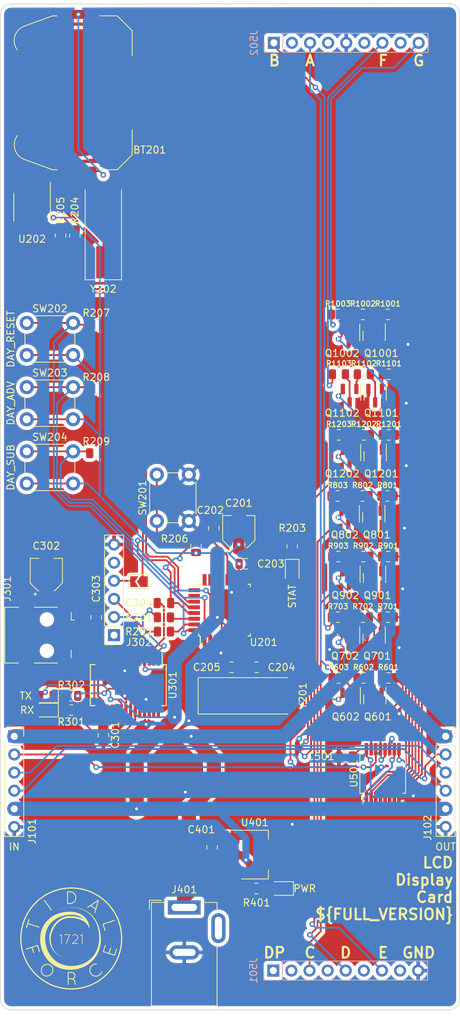
<source format=kicad_pcb>
(kicad_pcb (version 20211014) (generator pcbnew)
  (layers (0 "F.Cu" signal) (31 "B.Cu" signal) (34 "B.Paste" user) (35 "F.Paste" user) (36 "B.SilkS" user "B.Silkscreen") (37 "F.SilkS" user "F.Silkscreen") (38 "B.Mask" user) (39 "F.Mask" user) (44 "Edge.Cuts" user))
  (net 0 "")
  (net 1 "+5V")
  (net 2 "GND")
  (net 3 "Net-(C202-Pad1)")
  (net 4 "+3V3")
  (net 5 "VBUS")
  (net 6 "/MCU/RST")
  (net 7 "Net-(C304-Pad2)")
  (net 8 "Net-(D301-Pad1)")
  (net 9 "Net-(D302-Pad1)")
  (net 10 "Net-(D401-Pad2)")
  (net 11 "+19V")
  (net 12 "Net-(R202-Pad1)")
  (net 13 "/MCU/RXD")
  (net 14 "/MCU/TXD")
  (net 15 "Net-(R301-Pad1)")
  (net 16 "Net-(R302-Pad2)")
  (net 17 "Net-(C204-Pad1)")
  (net 18 "Net-(C205-Pad1)")
  (net 24 "Net-(Q801-Pad1)")
  (net 27 "Net-(Q801-Pad3)")
  (net 28 "Net-(D201-Pad1)")
  (net 30 "Net-(BT201-Pad1)")
  (net 31 "/MCU/SCL")
  (net 43 "Net-(Q802-Pad1)")
  (net 44 "Net-(Q802-Pad3)")
  (net 45 "Net-(Q601-Pad3)")
  (net 46 "/MCU/DAY_RESET")
  (net 47 "Net-(Q1101-Pad1)")
  (net 48 "Net-(Q1101-Pad3)")
  (net 49 "Net-(Q701-Pad3)")
  (net 50 "/MCU/DAY_ADVANCE")
  (net 52 "/MCU/DAY_SUBTRACT")
  (net 53 "Net-(Q1102-Pad1)")
  (net 54 "Net-(Q1102-Pad3)")
  (net 55 "Net-(D201-Pad2)")
  (net 64 "/MCU/SDA")
  (net 65 "Net-(U202-Pad1)")
  (net 66 "Net-(U202-Pad2)")
  (net 69 "Net-(J302-Pad4)")
  (net 75 "/Display Card/DATA_OUT")
  (net 76 "/C_OUT")
  (net 77 "/L_OUT")
  (net 78 "/D_OUT")
  (net 79 "/Display Card/SEG_B_LAMP")
  (net 80 "/Display Card/SEG_A_LAMP")
  (net 81 "/Display Card/SEG_F_LAMP")
  (net 82 "/Display Card/SEG_G_LAMP")
  (net 83 "/Display Card/SEG_C_LAMP")
  (net 84 "/Display Card/SEG_D_LAMP")
  (net 85 "/Display Card/SEG_E_LAMP")
  (net 86 "/Display Card/SEG_A")
  (net 87 "/Display Card/SEG_B")
  (net 88 "/Display Card/SEG_D")
  (net 89 "/Display Card/SEG_C")
  (net 90 "/Display Card/SEG_G")
  (net 91 "/Display Card/SEG_F")
  (net 92 "/Display Card/SEG_E")
  (net 94 "Net-(Q601-Pad1)")
  (net 95 "Net-(Q602-Pad3)")
  (net 96 "Net-(Q602-Pad1)")
  (net 97 "Net-(Q701-Pad1)")
  (net 98 "Net-(Q702-Pad1)")
  (net 99 "Net-(Q702-Pad3)")
  (net 100 "Net-(Q901-Pad1)")
  (net 101 "Net-(Q901-Pad3)")
  (net 102 "Net-(Q902-Pad1)")
  (net 103 "Net-(Q902-Pad3)")
  (net 104 "Net-(Q1001-Pad1)")
  (net 105 "Net-(Q1001-Pad3)")
  (net 106 "Net-(Q1002-Pad1)")
  (net 107 "Net-(Q1002-Pad3)")
  (net 108 "Net-(Q1201-Pad1)")
  (net 109 "Net-(Q1201-Pad3)")
  (net 110 "Net-(Q1202-Pad1)")
  (net 111 "Net-(Q1202-Pad3)")
  (net 112 "Net-(R201-Pad1)")
  (net 113 "/USB/USB-")
  (net 114 "/USB/USB+")
  (footprint "Connector_BarrelJack:BarrelJack_GCT_DCJ200-10-A_Horizontal" (layer "F.Cu") (at 134.35 152.15)
    (fp_text reference "J401")
    (fp_text value "19V Input")
  )
  (footprint "Connector_USB:USB_Mini-B_Lumberg_2486_01_Horizontal" (layer "F.Cu") (at 115.075 114 -90)
    (fp_text reference "J301")
    (fp_text value "USB_B_Micro" hide)
  )
  (footprint "Package_TO_SOT_SMD:SOT-23" (layer "F.Cu") (at 161.1375 88.9375 -90)
    (fp_text reference "Q1201")
    (fp_text value "MMBT3904")
  )
  (footprint "Resistor_SMD:R_0805_2012Metric" (layer "F.Cu") (at 122 79.5)
    (fp_text reference "R208")
    (fp_text value "10K")
  )
  (footprint "Resistor_SMD:R_0805_2012Metric" (layer "F.Cu") (at 162.8625 94.5 180)
    (fp_text reference "R801")
    (fp_text value "10K")
  )
  (footprint "LED_SMD:LED_0805_2012Metric" (layer "F.Cu") (at 115 124.5 180)
    (fp_text reference "D301" hide)
    (fp_text value "RX")
  )
  (footprint "Button_Switch_THT:SW_PUSH_6mm_H5mm" (layer "F.Cu") (at 112.25 70.25)
    (fp_text reference "SW202")
    (fp_text value "DAY_RESET")
  )
  (footprint "Package_TO_SOT_SMD:SOT-23" (layer "F.Cu") (at 157.55 80.4375 -90)
    (fp_text reference "Q1102")
    (fp_text value "MMBT3906")
  )
  (footprint "Package_TO_SOT_SMD:SOT-23" (layer "F.Cu") (at 161 114.4875 -90)
    (fp_text reference "Q701")
    (fp_text value "MMBT3904")
  )
  (footprint "Resistor_SMD:R_0805_2012Metric" (layer "F.Cu") (at 118.5 124.5 180)
    (fp_text reference "R301")
    (fp_text value "1K")
  )
  (footprint "Package_TO_SOT_SMD:SOT-23" (layer "F.Cu") (at 161 72.0625 -90)
    (fp_text reference "Q1001")
    (fp_text value "MMBT3904")
  )
  (footprint "Capacitor_SMD:CP_Elec_4x3" (layer "F.Cu") (at 115 105.5 90)
    (fp_text reference "C302")
    (fp_text value "4.7uf")
  )
  (footprint "Resistor_SMD:R_0805_2012Metric" (layer "F.Cu") (at 159.4625 102.9875 180)
    (fp_text reference "R902")
    (fp_text value "2K2")
  )
  (footprint "Battery:BatteryHolder_Keystone_3034_1x20mm" (layer "F.Cu") (at 119.5 38 -90)
    (fp_text reference "BT201")
    (fp_text value "3v" hide)
  )
  (footprint "Resistor_SMD:R_0805_2012Metric" (layer "F.Cu") (at 131.5 111.5 180)
    (fp_text reference "R201")
    (fp_text value "1K")
  )
  (footprint "Resistor_SMD:R_0805_2012Metric" (layer "F.Cu") (at 136 101.5 90)
    (fp_text reference "R206")
    (fp_text value "1K")
  )
  (footprint "Package_TO_SOT_SMD:SOT-23" (layer "F.Cu") (at 161.1375 80.4375 -90)
    (fp_text reference "Q1101")
    (fp_text value "MMBT3904")
  )
  (footprint "Button_Switch_THT:SW_PUSH_6mm_H5mm" (layer "F.Cu") (at 112.25 79.25)
    (fp_text reference "SW203")
    (fp_text value "DAY_ADV")
  )
  (footprint "Resistor_SMD:R_0805_2012Metric" (layer "F.Cu") (at 162.9625 102.9875 180)
    (fp_text reference "R901")
    (fp_text value "10K")
  )
  (footprint "LED_SMD:LED_0805_2012Metric" (layer "F.Cu") (at 115 122.5 180)
    (fp_text reference "D302" hide)
    (fp_text value "TX")
  )
  (footprint "Capacitor_SMD:CP_Elec_4x3" (layer "F.Cu") (at 142 99.5 90)
    (fp_text reference "C201")
    (fp_text value "4.7uf")
  )
  (footprint "Capacitor_SMD:C_0805_2012Metric" (layer "F.Cu") (at 157 131 180)
    (fp_text reference "C501")
    (fp_text value "10uF")
  )
  (footprint "Package_QFP:TQFP-32_7x7mm_P0.8mm" (layer "F.Cu") (at 140 110.5 90)
    (fp_text reference "U201")
    (fp_text value "ATmega328P-A")
  )
  (footprint "LED_SMD:LED_0805_2012Metric" (layer "F.Cu") (at 148 149.5 180)
    (fp_text reference "D401" hide)
    (fp_text value "PWR")
  )
  (footprint "Resistor_SMD:R_0805_2012Metric" (layer "F.Cu") (at 163.05 77.4375 180)
    (fp_text reference "R1101")
    (fp_text value "10K")
  )
  (footprint "Package_TO_SOT_SMD:SOT-23" (layer "F.Cu") (at 157.4125 114.4875 -90)
    (fp_text reference "Q702")
    (fp_text value "MMBT3906")
  )
  (footprint "Resistor_SMD:R_0805_2012Metric" (layer "F.Cu") (at 122 70.5)
    (fp_text reference "R207")
    (fp_text value "10K")
  )
  (footprint "Resistor_SMD:R_0805_2012Metric" (layer "F.Cu") (at 155.9625 102.9875 180)
    (fp_text reference "R903")
    (fp_text value "250R")
  )
  (footprint "Package_SO:SSOP-28_5.3x10.2mm_P0.65mm" (layer "F.Cu") (at 126.5 121 -90)
    (fp_text reference "U301")
    (fp_text value "FT232RL")
  )
  (footprint "Resistor_SMD:R_0805_2012Metric" (layer "F.Cu") (at 162.9125 69.0625 180)
    (fp_text reference "R1001")
    (fp_text value "10K")
  )
  (footprint "Resistor_SMD:R_0805_2012Metric" (layer "F.Cu") (at 159.4125 69.0625 180)
    (fp_text reference "R1002")
    (fp_text value "2K2")
  )
  (footprint "Package_TO_SOT_SMD:SOT-23" (layer "F.Cu") (at 161.0875 123 -90)
    (fp_text reference "Q601")
    (fp_text value "MMBT3904")
  )
  (footprint "LED_SMD:LED_0805_2012Metric" (layer "F.Cu") (at 149.5 105.0625 -90)
    (fp_text reference "D201" hide)
    (fp_text value "STAT")
  )
  (footprint "Resistor_SMD:R_0805_2012Metric" (layer "F.Cu") (at 163 120 180)
    (fp_text reference "R601")
    (fp_text value "10K")
  )
  (footprint "Resistor_SMD:R_0805_2012Metric" (layer "F.Cu") (at 159.4125 111.4875 180)
    (fp_text reference "R702")
    (fp_text value "2K2")
  )
  (footprint "Resistor_SMD:R_0805_2012Metric" (layer "F.Cu") (at 149.5 101.5625 -90)
    (fp_text reference "R203")
    (fp_text value "1K")
  )
  (footprint "Capacitor_SMD:C_0805_2012Metric" (layer "F.Cu") (at 138.5 99 90)
    (fp_text reference "C202")
    (fp_text value "100nf")
  )
  (footprint "Package_TO_SOT_SMD:SOT-23" (layer "F.Cu") (at 157.4625 105.9875 -90)
    (fp_text reference "Q902")
    (fp_text value "MMBT3906")
  )
  (footprint "Connector_PinSocket_2.54mm:PinSocket_1x06_P2.54mm_Vertical" (layer "F.Cu") (at 171.025 128.175)
    (fp_text reference "J102")
    (fp_text value "OUT")
  )
  (footprint "Resistor_SMD:R_0805_2012Metric" (layer "F.Cu") (at 159.55 77.4375 180)
    (fp_text reference "R1102")
    (fp_text value "2K2")
  )
  (footprint "Package_TO_SOT_SMD:SOT-223" (layer "F.Cu") (at 144.25 144.75)
    (fp_text reference "U401")
    (fp_text value "LM1117-5.0" hide)
  )
  (footprint "Connector_PinSocket_2.54mm:PinSocket_1x06_P2.54mm_Vertical" (layer "F.Cu") (at 124.5 114 180)
    (fp_text reference "J302")
    (fp_text value "PROG")
  )
  (footprint "Resistor_SMD:R_0805_2012Metric" (layer "F.Cu") (at 131.5 113.5 180)
    (fp_text reference "R202")
    (fp_text value "1K")
  )
  (footprint "Crystal:Crystal_SMD_HC49-SD" (layer "F.Cu") (at 143 122.5)
    (fp_text reference "Y201")
    (fp_text value "16mHz")
  )
  (footprint "Capacitor_SMD:C_0805_2012Metric" (layer "F.Cu") (at 144.5 118.5)
    (fp_text reference "C204")
    (fp_text value "22pf")
  )
  (footprint "Capacitor_SMD:C_0805_2012Metric" (layer "F.Cu") (at 143 104)
    (fp_text reference "C203")
    (fp_text value "100nf")
  )
  (footprint "Capacitor_SMD:C_0805_2012Metric" (layer "F.Cu") (at 131.5 109.5 180)
    (fp_text reference "C304")
    (fp_text value "100nF")
  )
  (footprint "Package_TO_SOT_SMD:SOT-23" (layer "F.Cu") (at 161.05 105.9875 -90)
    (fp_text reference "Q901")
    (fp_text value "MMBT3904")
  )
  (footprint "Resistor_SMD:R_0805_2012Metric" (layer "F.Cu") (at 119 58 -90)
    (fp_text reference "R204")
    (fp_text value "10K")
  )
  (footprint "Package_TO_SOT_SMD:SOT-23" (layer "F.Cu") (at 160.95 97.5 -90)
    (fp_text reference "Q801")
    (fp_text value "MMBT3904")
  )
  (footprint "Button_Switch_THT:SW_PUSH_6mm_H5mm" (layer "F.Cu") (at 130.5 98 90)
    (fp_text reference "SW201")
    (fp_text value "RESET")
  )
  (footprint "Resistor_SMD:R_0805_2012Metric" (layer "F.Cu") (at 156 120 180)
    (fp_text reference "R603")
    (fp_text value "250R")
  )
  (footprint "Jumper:SolderJumper-2_P1.3mm_Open_TrianglePad1.0x1.5mm" (layer "F.Cu") (at 128 106.5 180)
    (fp_text reference "JP301" hide)
    (fp_text value "SolderJumper_2_Open" hide)
  )
  (footprint "Resistor_SMD:R_0805_2012Metric" (layer "F.Cu") (at 122 88.5)
    (fp_text reference "R209")
    (fp_text value "10K")
  )
  (footprint "Connector_PinSocket_2.54mm:PinSocket_1x06_P2.54mm_Vertical" (layer "F.Cu") (at 110.5 128.175)
    (fp_text reference "J101")
    (fp_text value "IN")
  )
  (footprint "Capacitor_SMD:C_0805_2012Metric" (layer "F.Cu") (at 141 118.5 180)
    (fp_text reference "C205")
    (fp_text value "22pf")
  )
  (footprint "Resistor_SMD:R_0805_2012Metric" (layer "F.Cu") (at 156.05 77.4375 180)
    (fp_text reference "R1103")
    (fp_text value "250R")
  )
  (footprint "Package_TO_SOT_SMD:SOT-23" (layer "F.Cu") (at 157.3625 97.5 -90)
    (fp_text reference "Q802")
    (fp_text value "MMBT3906")
  )
  (footprint "Resistor_SMD:R_0805_2012Metric" (layer "F.Cu") (at 163.05 85.9375 180)
    (fp_text reference "R1201")
    (fp_text value "10K")
  )
  (footprint "Resistor_SMD:R_0805_2012Metric" (layer "F.Cu") (at 159.3625 94.5 180)
    (fp_text reference "R802")
    (fp_text value "2K2")
  )
  (footprint "KenwoodFox:TIDAL_FORCE_LOGO" (layer "F.Cu") (at 118.5 156.5)
    (fp_text reference "G***" hide)
    (fp_text value "LOGO" hide)
  )
  (footprint "Capacitor_SMD:C_0805_2012Metric" (layer "F.Cu") (at 122 111.5 90)
    (fp_text reference "C303")
    (fp_text value "100nf")
  )
  (footprint "Resistor_SMD:R_0805_2012Metric" (layer "F.Cu") (at 155.9125 111.4875 180)
    (fp_text reference "R703")
    (fp_text value "250R")
  )
  (footprint "Button_Switch_THT:SW_PUSH_6mm_H5mm" (layer "F.Cu") (at 112.25 88.25)
    (fp_text reference "SW204")
    (fp_text value "DAY_SUB")
  )
  (footprint "Resistor_SMD:R_0805_2012Metric" (layer "F.Cu") (at 117 58 -90)
    (fp_text reference "R205")
    (fp_text value "10K")
  )
  (footprint "Capacitor_SMD:C_0805_2012Metric" (layer "F.Cu") (at 123 128 -90)
    (fp_text reference "C301")
    (fp_text value "100nF")
  )
  (footprint "Resistor_SMD:R_0805_2012Metric" (layer "F.Cu") (at 144.4625 149.5)
    (fp_text reference "R401")
    (fp_text value "1K")
  )
  (footprint "Resistor_SMD:R_0805_2012Metric" (layer "F.Cu") (at 159.5 120 180)
    (fp_text reference "R602")
    (fp_text value "2K2")
  )
  (footprint "Package_TO_SOT_SMD:SOT-23" (layer "F.Cu") (at 157.4125 72.0625 -90)
    (fp_text reference "Q1002")
    (fp_text value "MMBT3906")
  )
  (footprint "Resistor_SMD:R_0805_2012Metric" (layer "F.Cu") (at 162.9125 111.4875 180)
    (fp_text reference "R701")
    (fp_text value "10K")
  )
  (footprint "Capacitor_SMD:C_0805_2012Metric" (layer "F.Cu") (at 138.25 143.75 90)
    (fp_text reference "C401")
    (fp_text value "100nF")
  )
  (footprint "Resistor_SMD:R_0805_2012Metric" (layer "F.Cu") (at 155.9125 69.0625 180)
    (fp_text reference "R1003")
    (fp_text value "250R")
  )
  (footprint "Resistor_SMD:R_0805_2012Metric" (layer "F.Cu") (at 156.05 85.9375 180)
    (fp_text reference "R1203")
    (fp_text value "250R")
  )
  (footprint "Package_TO_SOT_SMD:SOT-23" (layer "F.Cu") (at 157.5 123 -90)
    (fp_text reference "Q602")
    (fp_text value "MMBT3906")
  )
  (footprint "KenwoodFox:SN74HC595" (layer "F.Cu") (at 162.2 133.4 90)
    (fp_text reference "U501")
    (fp_text value "SN74HC595")
  )
  (footprint "Package_SO:SOIC-8_3.9x4.9mm_P1.27mm" (layer "F.Cu") (at 113 54 -90)
    (fp_text reference "U202")
    (fp_text value "DS1307Z+")
  )
  (footprint "Resistor_SMD:R_0805_2012Metric" (layer "F.Cu") (at 159.55 85.9375 180)
    (fp_text reference "R1202")
    (fp_text value "2K2")
  )
  (footprint "Crystal:Crystal_SMD_HC49-SD" (layer "F.Cu") (at 123 57.5 90)
    (fp_text reference "Y202")
    (fp_text value "32.768kHz")
  )
  (footprint "Package_TO_SOT_SMD:SOT-23" (layer "F.Cu") (at 157.55 88.9375 -90)
    (fp_text reference "Q1202")
    (fp_text value "MMBT3906")
  )
  (footprint "Resistor_SMD:R_0805_2012Metric" (layer "F.Cu") (at 118.5 122.5)
    (fp_text reference "R302")
    (fp_text value "1K")
  )
  (footprint "Resistor_SMD:R_0805_2012Metric" (layer "F.Cu") (at 155.8625 94.5 180)
    (fp_text reference "R803")
    (fp_text value "250R")
  )
  (footprint "Connector_PinSocket_2.54mm:PinSocket_1x09_P2.54mm_Vertical" (layer "B.Cu") (at 146.92 31 -90)
    (fp_text reference "J502")
    (fp_text value "Top Conn")
  )
  (footprint "Connector_PinSocket_2.54mm:PinSocket_1x09_P2.54mm_Vertical" (layer "B.Cu") (at 146.85 161 -90)
    (fp_text reference "J501")
    (fp_text value "Bottom Conn")
  )
  (gr_line (start 173 165) (end 173 27) (layer "Edge.Cuts") (width 0.1))
  (gr_arc (start 110.06066 166.5) (mid 109 166.06066) (end 108.56066 165) (layer "Edge.Cuts") (width 0.1))
  (gr_arc (start 108.56066 27.06066) (mid 109 26) (end 110.06066 25.56066) (layer "Edge.Cuts") (width 0.1))
  (gr_line (start 171.5 25.5) (end 110.06066 25.56066) (layer "Edge.Cuts") (width 0.1))
  (gr_line (start 108.56066 27.06066) (end 108.56066 165) (layer "Edge.Cuts") (width 0.1))
  (gr_line (start 171.5 166.5) (end 110.06066 166.5) (layer "Edge.Cuts") (width 0.1))
  (gr_arc (start 171.5 25.5) (mid 172.56066 25.93934) (end 173 27) (layer "Edge.Cuts") (width 0.1))
  (gr_arc (start 173 165) (mid 172.56066 166.06066) (end 171.5 166.5) (layer "Edge.Cuts") (width 0.1))
  (gr_text "B" (at 147 33.5) (layer "F.SilkS") (effects (font (size 1.5 1.5) (thickness 0.3))))
  (gr_text "GND" (at 167.25 158.5) (layer "F.SilkS") (effects (font (size 1.5 1.5) (thickness 0.3))))
  (gr_text "D" (at 157 158.5) (layer "F.SilkS") (effects (font (size 1.5 1.5) (thickness 0.3))))
  (gr_text "C" (at 152 158.5) (layer "F.SilkS") (effects (font (size 1.5 1.5) (thickness 0.3))))
  (gr_text "LCD\nDisplay\nCard\n${FULL_VERSION}" (at 172.25 149.5) (layer "F.SilkS") (effects (font (size 1.5 1.5) (thickness 0.3)) (justify right)))
  (gr_text "DP" (at 147 158.5) (layer "F.SilkS") (effects (font (size 1.5 1.5) (thickness 0.3))))
  (gr_text "G" (at 167.25 33.5) (layer "F.SilkS") (effects (font (size 1.5 1.5) (thickness 0.3))))
  (gr_text "F" (at 162.25 33.5) (layer "F.SilkS") (effects (font (size 1.5 1.5) (thickness 0.3))))
  (gr_text "E" (at 162.25 158.5) (layer "F.SilkS") (effects (font (size 1.5 1.5) (thickness 0.3))))
  (gr_text "A" (at 152 33.5) (layer "F.SilkS") (effects (font (size 1.5 1.5) (thickness 0.3))))
  (segment (start 127.665 138.335) (end 127.665 130.835) (width 2) (layer "F.Cu") (net 1))
  (segment (start 139.6 112.1) (end 139 111.5) (width 0.25) (layer "F.Cu") (net 1))
  (segment (start 143.55 149.5) (end 143.55 146.05) (width 1) (layer "F.Cu") (net 1))
  (segment (start 124 123) (end 125.025 123) (width 0.25) (layer "F.Cu") (net 1))
  (segment (start 115.5175 57.0875) (end 114.905 56.475) (width 0.25) (layer "F.Cu") (net 1))
  (segment (start 159.925 129.9875) (end 159.925 130.925) (width 0.25) (layer "F.Cu") (net 1))
  (segment (start 139.6 114.75) (end 139.6 112.1) (width 0.25) (layer "F.Cu") (net 1))
  (segment (start 119 57.0875) (end 117 57.0875) (width 0.25) (layer "F.Cu") (net 1))
  (segment (start 163.825 131.175) (end 163.5 131.5) (width 0.25) (layer "F.Cu") (net 1))
  (segment (start 163.825 129.9875) (end 163.825 131.175) (width 0.25) (layer "F.Cu") (net 1))
  (segment (start 118.75 83.75) (end 112.25 83.75) (width 0.25) (layer "F.Cu") (net 1))
  (segment (start 158.9625 129.9875) (end 157.95 131) (width 0.25) (layer "F.Cu") (net 1))
  (segment (start 117.4125 55.5) (end 119 57.0875) (width 0.25) (layer "F.Cu") (net 1))
  (segment (start 117 57.0875) (end 115.5175 57.0875) (width 0.25) (layer "F.Cu") (net 1))
  (segment (start 127.665 130.835) (end 133 125.5) (width 2) (layer "F.Cu") (net 1))
  (segment (start 138.25 144.7) (end 141.05 144.7) (width 1) (layer "F.Cu") (net 1))
  (segment (start 142 106.25) (end 142 104.05) (width 0.25) (layer "F.Cu") (net 1))
  (segment (start 114.342848 122.5) (end 114.852171 121.990677) (width 0.25) (layer "F.Cu") (net 1))
  (segment (start 141.2 113.7) (end 139 111.5) (width 0.25) (layer "F.Cu") (net 1))
  (segment (start 128.725 106.5) (end 128.5 106.5) (width 0.25) (layer "F.Cu") (net 1))
  (segment (start 118.75 92.75) (end 112.25 92.75) (width 0.25) (layer "F.Cu") (net 1))
  (segment (start 128.775 117.4) (end 128.775 118.674767) (width 0.25) (layer "F.Cu") (net 1))
  (segment (start 128.775 118.674767) (end 128.885803 118.78557) (width 0.25) (layer "F.Cu") (net 1))
  (segment (start 141.05 144.7) (end 141.1 144.75) (width 1) (layer "F.Cu") (net 1))
  (segment (start 159.925 130.925) (end 160.5 131.5) (width 0.25) (layer "F.Cu") (net 1))
  (segment (start 116 55.5) (end 117.4125 55.5) (width 0.25) (layer "F.Cu") (net 1))
  (segment (start 114.0625 124.5) (end 114.0625 122.5) (width 0.25) (layer "F.Cu") (net 1))
  (segment (start 125.025 123) (end 125.525 123.5) (width 0.25) (layer "F.Cu") (net 1))
  (segment (start 142.25 144.75) (end 143 145.5) (width 1) (layer "F.Cu") (net 1))
  (segment (start 114.0625 122.5) (end 114.342848 122.5) (width 0.25) (layer "F.Cu") (net 1))
  (segment (start 159.925 129.9875) (end 158.9625 129.9875) (width 0.25) (layer "F.Cu") (net 1))
  (segment (start 127.8255 102.598292) (end 128.5 103.272792) (width 0.25) (layer "F.Cu") (net 1))
  (segment (start 136 102.4125) (end 136 102.5) (width 0.25) (layer "F.Cu") (net 1))
  (segment (start 142 104.05) (end 142.05 104) (width 0.25) (layer "F.Cu") (net 1))
  (segment (start 127.8255 100.75) (end 127.8255 102.598292) (width 0.25) (layer "F.Cu") (net 1))
  (segment (start 143.55 146.05) (end 143 145.5) (width 1) (layer "F.Cu") (net 1))
  (segment (start 141.2 114.75) (end 141.2 113.7) (width 0.25) (layer "F.Cu") (net 1))
  (segment (start 125.525 123.5) (end 125.525 124.6) (width 0.25) (layer "F.Cu") (net 1))
  (segment (start 128.5 106.275) (end 128.725 106.5) (width 0.25) (layer "F.Cu") (net 1))
  (segment (start 141.1 144.75) (end 142.25 144.75) (width 1) (layer "F.Cu") (net 1))
  (segment (start 112.25 74.75) (end 118.75 74.75) (width 0.25) (layer "F.Cu") (net 1))
  (segment (start 128.5 103.272792) (end 128.5 106.275) (width 0.25) (layer "F.Cu") (net 1))
  (via (at 163.5 131.5) (size 0.8) (drill 0.4) (layers "F.Cu" "B.Cu") (net 1))
  (via (at 127.665 138.335) (size 0.8) (drill 0.4) (layers "F.Cu" "B.Cu") (net 1))
  (via (at 142 101.3) (size 0.8) (drill 0.4) (layers "F.Cu" "B.Cu") (net 1))
  (via (at 142.05 104) (size 0.8) (drill 0.4) (layers "F.Cu" "B.Cu") (net 1))
  (via (at 139 111.5) (size 0.8) (drill 0.4) (layers "F.Cu" "B.Cu") (net 1))
  (via (at 133 125.5) (size 0.8) (drill 0.4) (layers "F.Cu" "B.Cu") (net 1))
  (via (at 124 123) (size 0.8) (drill 0.4) (layers "F.Cu" "B.Cu") (net 1))
  (via (at 116 55.5) (size 0.8) (drill 0.4) (layers "F.Cu" "B.Cu") (net 1))
  (via (at 128.885803 118.78557) (size 0.8) (drill 0.4) (layers "F.Cu" "B.Cu") (net 1))
  (via (at 127.8255 100.75) (size 0.8) (drill 0.4) (layers "F.Cu" "B.Cu") (net 1))
  (via (at 143 145.5) (size 0.8) (drill 0.4) (layers "F.Cu" "B.Cu") (net 1))
  (via (at 136 102.5) (size 0.8) (drill 0.4) (layers "F.Cu" "B.Cu") (net 1))
  (via (at 114.852171 121.990677) (size 0.8) (drill 0.4) (layers "F.Cu" "B.Cu") (net 1))
  (via (at 160.5 131.5) (size 0.8) (drill 0.4) (layers "F.Cu" "B.Cu") (net 1))
  (segment (start 140.55 102.5) (end 142.05 104) (width 0.25) (layer "B.Cu") (net 1))
  (segment (start 123 121) (end 124 122) (width 0.25) (layer "B.Cu") (net 1))
  (segment (start 171.025 138.335) (end 158.835 138.335) (width 2) (layer "B.Cu") (net 1))
  (segment (start 160.5 135.5) (end 160.5 136) (width 0.25) (layer "B.Cu") (net 1))
  (segment (start 128.885803 118.78557) (end 131.71443 118.78557) (width 0.25) (layer "B.Cu") (net 1))
  (segment (start 124 123) (end 125.474695 123) (width 0.25) (layer "B.Cu") (net 1))
  (segment (start 122.5 59.5) (end 122.5 78.5) (width 0.25) (layer "B.Cu") (net 1))
  (segment (start 130.5 102.5) (end 136 102.5) (width 0.25) (layer "B.Cu") (net 1))
  (segment (start 122.5 86) (end 122.5 86.5) (width 0.25) (layer "B.Cu") (net 1))
  (segment (start 114.852171 121.569253) (end 115.421424 121) (width 0.25) (layer "B.Cu") (net 1))
  (segment (start 133 117.5) (end 139 111.5) (width 2) (layer "B.Cu") (net 1))
  (segment (start 130 102) (end 130.5 102.5) (width 0.25) (layer "B.Cu") (net 1))
  (segment (start 139 102.5) (end 140.8 102.5) (width 0.25) (layer "B.Cu") (net 1))
  (segment (start 131.71443 118.78557) (end 133 117.5) (width 0.25) (layer "B.Cu") (net 1))
  (segment (start 124 122) (end 124 123) (width 0.25) (layer "B.Cu") (net 1))
  (segment (start 116 55.5) (end 118.5 55.5) (width 0.25) (layer "B.Cu") (net 1))
  (segment (start 140.8 102.5) (end 142 101.3) (width 0.25) (layer "B.Cu") (net 1))
  (segment (start 143 145.5) (end 143 142.5) (width 1) (layer "B.Cu") (net 1))
  (segment (start 118.75 83.75) (end 120.25 83.75) (width 0.25) (layer "B.Cu") (net 1))
  (segment (start 136 102.5) (end 139 102.5) (width 0.25) (layer "B.Cu") (net 1))
  (segment (start 120.75 92.75) (end 122.5 94.5) (width 0.25) (layer "B.Cu") (net 1))
  (segment (start 122.5 78.5) (end 122.5 86.5) (width 0.25) (layer "B.Cu") (net 1))
  (segment (start 139 102.5) (end 140.55 102.5) (width 0.25) (layer "B.Cu") (net 1))
  (segment (start 114.852171 121.990677) (end 114.852171 121.569253) (width 0.25) (layer "B.Cu") (net 1))
  (segment (start 118.75 74.75) (end 122.5 78.5) (width 0.25) (layer "B.Cu") (net 1))
  (segment (start 163.5 132.5) (end 160.5 135.5) (width 0.25) (layer "B.Cu") (net 1))
  (segment (start 128.75 100.75) (end 130 102) (width 0.25) (layer "B.Cu") (net 1))
  (segment (start 127.8255 100.75) (end 128.75 100.75) (width 0.25) (layer "B.Cu") (net 1))
  (segment (start 125.474695 123) (end 127.974695 125.5) (width 0.25) (layer "B.Cu") (net 1))
  (segment (start 122.5 94.5) (end 130 102) (width 0.25) (layer "B.Cu") (net 1))
  (segment (start 163.5 131.5) (end 163.5 132.5) (width 0.25) (layer "B.Cu") (net 1))
  (segment (start 127.974695 125.5) (end 133 125.5) (width 0.25) (layer "B.Cu") (net 1))
  (segment (start 133 125.5) (end 133 117.5) (width 2) (layer "B.Cu") (net 1))
  (segment (start 118.5 55.5) (end 122.5 59.5) (width 0.25) (layer "B.Cu") (net 1))
  (segment (start 138.665 138.335) (end 110.5 138.335) (width 2) (layer "B.Cu") (net 1))
  (segment (start 158.835 137.665) (end 158.835 138.335) (width 0.25) (layer "B.Cu") (net 1))
  (segment (start 115.421424 121) (end 123 121) (width 0.25) (layer "B.Cu") (net 1))
  (segment (start 160.5 136) (end 158.835 137.665) (width 0.25) (layer "B.Cu") (net 1))
  (segment (start 160.5 131.5) (end 160.5 136) (width 0.25) (layer "B.Cu") (net 1))
  (segment (start 118.75 92.75) (end 120.75 92.75) (width 0.25) (layer "B.Cu") (net 1))
  (segment (start 122.5 86.5) (end 122.5 94.5) (width 0.25) (layer "B.Cu") (net 1))
  (segment (start 139 111.5) (end 139 102.5) (width 2) (layer "B.Cu") (net 1))
  (segment (start 158.835 138.335) (end 138.665 138.335) (width 2) (layer "B.Cu") (net 1))
  (segment (start 120.25 83.75) (end 122.5 86) (width 0.25) (layer "B.Cu") (net 1))
  (segment (start 138.835 138.335) (end 138.665 138.335) (width 1) (layer "B.Cu") (net 1))
  (segment (start 143 142.5) (end 138.835 138.335) (width 1) (layer "B.Cu") (net 1))
  (segment (start 126.225 122.699695) (end 126.225 123.300305) (width 0.25) (layer "F.Cu") (net 2))
  (segment (start 164 125) (end 161.875 127.125) (width 0.25) (layer "F.Cu") (net 2))
  (segment (start 139.5 116.5) (end 138.8 115.8) (width 0.25) (layer "F.Cu") (net 2))
  (segment (start 126.025305 122.5) (end 126.225 122.699695) (width 0.25) (layer "F.Cu") (net 2))
  (segment (start 139.6 107.3) (end 140.3 108) (width 0.25) (layer "F.Cu") (net 2))
  (segment (start 138.8 115.8) (end 138.8 114.75) (width 0.25) (layer "F.Cu") (net 2))
  (segment (start 164.5 125) (end 164 125) (width 0.25) (layer "F.Cu") (net 2))
  (segment (start 139.5 116.5) (end 140.4 115.6) (width 0.25) (layer "F.Cu") (net 2))
  (segment (start 166.1875 136.8125) (end 166.5 136.5) (width 0.25) (layer "F.Cu") (net 2))
  (segment (start 126.175 124.6) (end 126.175 125.725) (width 0.25) (layer "F.Cu") (net 2))
  (segment (start 139.6 106.25) (end 139.6 107.3) (width 0.25) (layer "F.Cu") (net 2))
  (segment (start 126.825 118.525) (end 126.35 119) (width 0.25) (layer "F.Cu") (net 2))
  (segment (start 126.175 123.350305) (end 126.175 124.6) (width 0.25) (layer "F.Cu") (net 2))
  (segment (start 140.3 108) (end 141 108) (width 0.25) (layer "F.Cu") (net 2))
  (segment (start 140.4 115.6) (end 140.4 114.75) (width 0.25) (layer "F.Cu") (net 2))
  (segment (start 126.825 117.4) (end 126.825 118.525) (width 0.25) (layer "F.Cu") (net 2))
  (segment (start 161.875 127.125) (end 161.875 129.9875) (width 0.25) (layer "F.Cu") (net 2))
  (segment (start 126.35 119) (end 126 119) (width 0.25) (layer "F.Cu") (net 2))
  (segment (start 129.425 123.425) (end 129 123) (width 0.25) (layer "F.Cu") (net 2))
  (segment (start 126 122.5) (end 126.025305 122.5) (width 0.25) (layer "F.Cu") (net 2))
  (segment (start 128.775 123.225) (end 129 123) (width 0.25) (layer "F.Cu") (net 2))
  (segment (start 125.9 126) (end 124.525 126) (width 0.25) (layer "F.Cu") (net 2))
  (segment (start 126.175 125.725) (end 125.9 126) (width 0.25) (layer "F.Cu") (net 2))
  (segment (start 124.525 126) (end 124.225 125.7) (width 0.25) (layer "F.Cu") (net 2))
  (segment (start 124.225 125.7) (end 124.225 124.6) (width 0.25) (layer "F.Cu") (net 2))
  (segment (start 126.225 123.300305) (end 126.175 123.350305) (width 0.25) (layer "F.Cu") (net 2))
  (segment (start 129.425 124.6) (end 129.425 123.425) (width 0.25) (layer "F.Cu") (net 2))
  (segment (start 164.475 136.8125) (end 166.1875 136.8125) (width 0.25) (layer "F.Cu") (net 2))
  (segment (start 128.775 124.6) (end 128.775 123.225) (width 0.25) (layer "F.Cu") (net 2))
  (via (at 165.25 99) (size 0.8) (drill 0.4) (layers "F.Cu" "B.Cu") (net 2))
  (via (at 164.5 125) (size 0.8) (drill 0.4) (layers "F.Cu" "B.Cu") (net 2))
  (via (at 135 126) (size 0.8) (drill 0.4) (layers "F.Cu" "B.Cu") (net 2))
  (via (at 129 126.5) (size 0.8) (drill 0.4) (layers "F.Cu" "B.Cu") (net 2))
  (via (at 162 132.5) (size 0.8) (drill 0.4) (layers "F.Cu" "B.Cu") (net 2))
  (via (at 134.5 136) (size 0.8) (drill 0.4) (layers "F.Cu" "B.Cu") (net 2))
  (via (at 126 119) (size 0.8) (drill 0.4) (layers "F.Cu" "B.Cu") (net 2))
  (via (at 139.5 116.5) (size 0.8) (drill 0.4) (layers "F.Cu" "B.Cu") (net 2))
  (via (at 165.5 81.5) (size 0.8) (drill 0.4) (layers "F.Cu" "B.Cu") (net 2))
  (via (at 126 122.5) (size 0.8) (drill 0.4) (layers "F.Cu" "B.Cu") (net 2))
  (via (at 150.5 128.5) (size 0.8) (drill 0.4) (layers "F.Cu" "B.Cu") (net 2))
  (via (at 129 123) (size 0.8) (drill 0.4) (layers "F.Cu" "B.Cu") (net 2))
  (via (at 166.5 136.5) (size 0.8) (drill 0.4) (layers "F.Cu" "B.Cu") (net 2))
  (via (at 149.5 140.5) (size 0.8) (drill 0.4) (layers "F.Cu" "B.Cu") (net 2))
  (via (at 141 108) (size 0.8) (drill 0.4) (layers "F.Cu" "B.Cu") (net 2))
  (via (at 165 107.5) (size 0.8) (drill 0.4) (layers "F.Cu" "B.Cu") (net 2))
  (via (at 165.75 73.25) (size 0.8) (drill 0.4) (layers "F.Cu" "B.Cu") (net 2))
  (via (at 154.5 131) (size 0.8) (drill 0.4) (layers "F.Cu" "B.Cu") (net 2))
  (via (at 164.5 115.75) (size 0.8) (drill 0.4) (layers "F.Cu" "B.Cu") (net 2))
  (via (at 154.75 116) (size 0.8) (drill 0.4) (layers "F.Cu" "B.Cu") (net 2))
  (via (at 165.5 90.25) (size 0.8) (drill 0.4) (layers "F.Cu" "B.Cu") (net 2))
  (segment (start 138.5 101) (end 140.4 102.9) (width 0.25) (layer "F.Cu") (net 3))
  (segment (start 140.4 102.9) (end 140.4 106.25) (width 0.25) (layer "F.Cu") (net 3))
  (segment (start 138.5 99.95) (end 138.5 101) (width 0.25) (layer "F.Cu") (net 3))
  (segment (start 123.575 126.475) (end 123 127.05) (width 0.25) (layer "F.Cu") (net 4))
  (segment (start 123.575 124.6) (end 123.575 126.475) (width 0.25) (layer "F.Cu") (net 4))
  (segment (start 117.775 112.275) (end 117.775 112.4) (width 0.25) (layer "F.Cu") (net 5))
  (segment (start 121.95 112.4) (end 122 112.45) (width 0.25) (layer "F.Cu") (net 5))
  (segment (start 117.775 112.4) (end 121.95 112.4) (width 0.25) (layer "F.Cu") (net 5))
  (segment (start 115 107.3) (end 115 109.5) (width 0.25) (layer "F.Cu") (net 5))
  (segment (start 115 109.5) (end 117.775 112.275) (width 0.25) (layer "F.Cu") (net 5))
  (segment (start 132.45 105.2) (end 131.75 104.5) (width 0.25) (layer "F.Cu") (net 6))
  (segment (start 131.0875 100.5875) (end 130.5 100) (width 0.25) (layer "F.Cu") (net 6))
  (segment (start 135.75 110.9) (end 134.9 110.9) (width 0.25) (layer "F.Cu") (net 6))
  (segment (start 133.75 103.25) (end 133.75 102.8375) (width 0.25) (layer "F.Cu") (net 6))
  (segment (start 130.5 100) (end 130.5 98) (width 0.25) (layer "F.Cu") (net 6))
  (segment (start 133.5 109.5) (end 132.45 109.5) (width 0.25) (layer "F.Cu") (net 6))
  (segment (start 133.75 102.8375) (end 136 100.5875) (width 0.25) (layer "F.Cu") (net 6))
  (segment (start 134.9 110.9) (end 133.5 109.5) (width 0.25) (layer "F.Cu") (net 6))
  (segment (start 132.45 109.5) (end 132.45 105.2) (width 0.25) (layer "F.Cu") (net 6))
  (segment (start 130.5 98) (end 130.5 91.5) (width 0.25) (layer "F.Cu") (net 6))
  (segment (start 136 100.5875) (end 131.0875 100.5875) (width 0.25) (layer "F.Cu") (net 6))
  (via (at 131.75 104.5) (size 0.8) (drill 0.4) (layers "F.Cu" "B.Cu") (net 6))
  (via (at 133.75 103.25) (size 0.8) (drill 0.4) (layers "F.Cu" "B.Cu") (net 6))
  (segment (start 133 103.25) (end 133.75 103.25) (width 0.25) (layer "B.Cu") (net 6))
  (segment (start 131.75 104.5) (end 133 103.25) (width 0.25) (layer "B.Cu") (net 6))
  (segment (start 131.5 110) (end 131.5 114.474695) (width 0.25) (layer "F.Cu") (net 7))
  (segment (start 130.075 115.899695) (end 130.075 117.4) (width 0.25) (layer "F.Cu") (net 7))
  (segment (start 131.5 114.474695) (end 130.075 115.899695) (width 0.25) (layer "F.Cu") (net 7))
  (segment (start 130.55 109.5) (end 131 109.5) (width 0.25) (layer "F.Cu") (net 7))
  (segment (start 131 109.5) (end 131.5 110) (width 0.25) (layer "F.Cu") (net 7))
  (segment (start 117.5875 124.5) (end 115.9375 124.5) (width 0.25) (layer "F.Cu") (net 8))
  (segment (start 117.5875 122.5) (end 115.9375 122.5) (width 0.25) (layer "F.Cu") (net 9))
  (segment (start 147.0625 149.5) (end 145.375 149.5) (width 0.25) (layer "F.Cu") (net 10))
  (segment (start 136 146.5) (end 135 145.5) (width 2) (layer "F.Cu") (net 11))
  (segment (start 156.4625 72.0375) (end 156 72.5) (width 0.25) (layer "F.Cu") (net 11))
  (segment (start 136 149) (end 136 146.5) (width 2) (layer "F.Cu") (net 11))
  (segment (start 135 138.5) (end 138.5 135) (width 2) (layer "F.Cu") (net 11))
  (segment (start 138.5 131.35) (end 135.325 128.175) (width 2) (layer "F.Cu") (net 11))
  (segment (start 156.4125 96.5625) (end 156.4125 97.0875) (width 0.25) (layer "F.Cu") (net 11))
  (segment (start 135 145.5) (end 135 138.5) (width 2) (layer "F.Cu") (net 11))
  (segment (start 156.5125 105.4875) (end 156 106) (width 0.25) (layer "F.Cu") (net 11))
  (segment (start 156.55 122.0625) (end 156.55 122.45) (width 0.25) (layer "F.Cu") (net 11))
  (segment (start 156.6 79.9) (end 156 80.5) (width 0.25) (layer "F.Cu") (net 11))
  (segment (start 137.95 147.05) (end 136 149) (width 2) (layer "F.Cu") (net 11))
  (segment (start 156.6 88) (end 156.6 88.4) (width 0.25) (layer "F.Cu") (net 11))
  (segment (start 156.4625 71.125) (end 156.4625 72.0375) (width 0.25) (layer "F.Cu") (net 11))
  (segment (start 156.5125 105.05) (end 156.5125 105.4875) (width 0.25) (layer "F.Cu") (net 11))
  (segment (start 156.4125 97.0875) (end 156 97.5) (width 0.25) (layer "F.Cu") (net 11))
  (segment (start 156.55 122.45) (end 156 123) (width 0.25) (layer "F.Cu") (net 11))
  (segment (start 138.5 135) (end 138.5 131.35) (width 2) (layer "F.Cu") (net 11))
  (segment (start 156.4625 114.5375) (end 156 115) (width 0.25) (layer "F.Cu") (net 11))
  (segment (start 136 149) (end 134.35 150.65) (width 2) (layer "F.Cu") (net 11))
  (segment (start 156.4625 113.55) (end 156.4625 114.5375) (width 0.25) (layer "F.Cu") (net 11))
  (segment (start 156.6 79.5) (end 156.6 79.9) (width 0.25) (layer "F.Cu") (net 11))
  (segment (start 134.35 150.65) (end 134.35 152.15) (width 2) (layer "F.Cu") (net 11))
  (segment (start 156.6 88.4) (end 156 89) (width 0.25) (layer "F.Cu") (net 11))
  (segment (start 141.1 147.05) (end 137.95 147.05) (width 2) (layer "F.Cu") (net 11))
  (via (at 156 97.5) (size 0.8) (drill 0.4) (layers "F.Cu" "B.Cu") (net 11))
  (via (at 156 72.5) (size 0.8) (drill 0.4) (layers "F.Cu" "B.Cu") (net 11))
  (via (at 156 80.5) (size 0.8) (drill 0.4) (layers "F.Cu" "B.Cu") (net 11))
  (via (at 156 123) (size 0.8) (drill 0.4) (layers "F.Cu" "B.Cu") (net 11))
  (via (at 156 89) (size 0.8) (drill 0.4) (layers "F.Cu" "B.Cu") (net 11))
  (via (at 135.325 128.175) (size 0.8) (drill 0.4) (layers "F.Cu" "B.Cu") (net 11))
  (via (at 156 106) (size 0.8) (drill 0.4) (layers "F.Cu" "B.Cu") (net 11))
  (via (at 156 115) (size 0.8) (drill 0.4) (layers "F.Cu" "B.Cu") (net 11))
  (segment (start 154 122.5) (end 156.75 119.75) (width 2) (layer "B.Cu") (net 11))
  (segment (start 135.325 128.175) (end 110.5 128.175) (width 2) (layer "B.Cu") (net 11))
  (segment (start 153 123.5) (end 154 122.5) (width 2) (layer "B.Cu") (net 11))
  (segment (start 163 106) (end 163 95.5) (width 2) (layer "B.Cu") (net 11))
  (segment (start 156.75 119.75) (end 163 113.5) (width 2) (layer "B.Cu") (net 11))
  (segment (start 156 72.5) (end 163 79.5) (width 0.25) (layer "B.Cu") (net 11))
  (segment (start 156 106.5) (end 163 113.5) (width 0.25) (layer "B.Cu") (net 11))
  (segment (start 156 97.5) (end 163 104.5) (width 0.25) (layer "B.Cu") (net 11))
  (segment (start 156 106) (end 156 106.5) (width 0.25) (layer "B.Cu") (net 11))
  (segment (start 163 95.5) (end 163 88) (width 2) (layer "B.Cu") (net 11))
  (segment (start 156.75 115.75) (end 156.75 119.75) (width 0.25) (layer "B.Cu") (net 11))
  (segment (start 162.5 95.5) (end 163 95.5) (width 0.25) (layer "B.Cu") (net 11))
  (segment (start 156 115) (end 156.75 115.75) (width 0.25) (layer "B.Cu") (net 11))
  (segment (start 163 79.5) (end 163 80.5) (width 0.25) (layer "B.Cu") (net 11))
  (segment (start 163 113.5) (end 163 109) (width 2) (layer "B.Cu") (net 11))
  (segment (start 153.5 123) (end 153 123.5) (width 0.25) (layer "B.Cu") (net 11))
  (segment (start 156 123) (end 153.5 123) (width 0.25) (layer "B.Cu") (net 11))
  (segment (start 156 80.5) (end 163 87.5) (width 0.25) (layer "B.Cu") (net 11))
  (segment (start 135.325 128.175) (end 148.325 128.175) (width 2) (layer "B.Cu") (net 11))
  (segment (start 163 87.5) (end 163 88) (width 0.25) (layer "B.Cu") (net 11))
  (segment (start 148.325 128.175) (end 154 122.5) (width 2) (layer "B.Cu") (net 11))
  (segment (start 162.5 114) (end 162.5 120.5) (width 2) (layer "B.Cu") (net 11))
  (segment (start 156 89) (end 162.5 95.5) (width 0.25) (layer "B.Cu") (net 11))
  (segment (start 163 113.5) (end 162.5 114) (width 2) (layer "B.Cu") (net 11))
  (segment (start 163 88) (end 163 80.5) (width 2) (layer "B.Cu") (net 11))
  (segment (start 162.5 120.5) (end 170.175 128.175) (width 2) (layer "B.Cu") (net 11))
  (segment (start 163 104.5) (end 163 106) (width 0.25) (layer "B.Cu") (net 11))
  (segment (start 163 109) (end 163 106) (width 2) (layer "B.Cu") (net 11))
  (segment (start 170.175 128.175) (end 171.025 128.175) (width 2) (layer "B.Cu") (net 11))
  (segment (start 133.5 113.5) (end 132.4125 113.5) (width 0.25) (layer "F.Cu") (net 12))
  (segment (start 135.75 112.5) (end 134.5 112.5) (width 0.25) (layer "F.Cu") (net 12))
  (segment (start 134.5 112.5) (end 133.5 113.5) (width 0.25) (layer "F.Cu") (net 12))
  (segment (start 130.5 111.5) (end 129.5 110.5) (width 0.25) (layer "F.Cu") (net 13))
  (segment (start 131.5 115.5) (end 130.725 116.275) (width 0.25) (layer "F.Cu") (net 13))
  (segment (start 130.725 116.275) (end 130.725 117.4) (width 0.25) (layer "F.Cu") (net 13))
  (segment (start 130.5875 111.5) (end 130.5 111.5) (width 0.25) (layer "F.Cu") (net 13))
  (via (at 129.5 110.5) (size 0.8) (drill 0.4) (layers "F.Cu" "B.Cu") (net 13))
  (via (at 131.5 115.5) (size 0.8) (drill 0.4) (layers "F.Cu" "B.Cu") (net 13))
  (segment (start 131 115.5) (end 128.54 113.04) (width 0.25) (layer "B.Cu") (net 13))
  (segment (start 128.54 111.46) (end 124.5 111.46) (width 0.25) (layer "B.Cu") (net 13))
  (segment (start 128.54 113.04) (end 128.54 111.46) (width 0.25) (layer "B.Cu") (net 13))
  (segment (start 129.5 110.5) (end 128.54 111.46) (width 0.25) (layer "B.Cu") (net 13))
  (segment (start 131.5 115.5) (end 131 115.5) (width 0.25) (layer "B.Cu") (net 13))
  (segment (start 129.08 113.5) (end 124.5 108.92) (width 0.25) (layer "F.Cu") (net 14))
  (segment (start 130.5875 113.5) (end 129.08 113.5) (width 0.25) (layer "F.Cu") (net 14))
  (segment (start 128.125 117.4) (end 128.125 114.455) (width 0.25) (layer "F.Cu") (net 14))
  (segment (start 128.125 114.455) (end 129.08 113.5) (width 0.25) (layer "F.Cu") (net 14))
  (segment (start 119.4125 124.5) (end 119.4125 125.4125) (width 0.25) (layer "F.Cu") (net 15))
  (segment (start 127.475 126.025) (end 127.475 124.6) (width 0.25) (layer "F.Cu") (net 15))
  (segment (start 119.4125 125.4125) (end 122 128) (width 0.25) (layer "F.Cu") (net 15))
  (segment (start 122 128) (end 125.5 128) (width 0.25) (layer "F.Cu") (net 15))
  (segment (start 125.5 128) (end 127.475 126.025) (width 0.25) (layer "F.Cu") (net 15))
  (segment (start 126.825 122.299695) (end 126.025305 121.5) (width 0.25) (layer "F.Cu") (net 16))
  (segment (start 126.825 124.6) (end 126.825 122.299695) (width 0.25) (layer "F.Cu") (net 16))
  (segment (start 126.025305 121.5) (end 123.7755 121.5) (width 0.25) (layer "F.Cu") (net 16))
  (segment (start 123.7755 121.5) (end 123.125451 122.150049) (width 0.25) (layer "F.Cu") (net 16))
  (via (at 123.125451 122.150049) (size 0.8) (drill 0.4) (layers "F.Cu" "B.Cu") (net 16))
  (via (at 119.4125 122.5) (size 0.8) (drill 0.4) (layers "F.Cu" "B.Cu") (net 16))
  (segment (start 123.125451 122.150049) (end 119.762451 122.150049) (width 0.25) (layer "B.Cu") (net 16))
  (segment (start 119.762451 122.150049) (end 119.4125 122.5) (width 0.25) (layer "B.Cu") (net 16))
  (segment (start 142.8 114.75) (end 142.8 116.3) (width 0.25) (layer "F.Cu") (net 17))
  (segment (start 143.55 118.8) (end 147.25 122.5) (width 0.25) (layer "F.Cu") (net 17))
  (segment (start 143.55 118.5) (end 143.55 118.8) (width 0.25) (layer "F.Cu") (net 17))
  (segment (start 143.55 117.05) (end 143.55 118.5) (width 0.25) (layer "F.Cu") (net 17))
  (segment (start 142.8 116.3) (end 143.55 117.05) (width 0.25) (layer "F.Cu") (net 17))
  (segment (start 141.95 118.5) (end 141.95 119.3) (width 0.25) (layer "F.Cu") (net 18))
  (segment (start 141.95 119.3) (end 138.75 122.5) (width 0.25) (layer "F.Cu") (net 18))
  (segment (start 142 114.75) (end 142 118.45) (width 0.25) (layer "F.Cu") (net 18))
  (segment (start 142 118.45) (end 141.95 118.5) (width 0.25) (layer "F.Cu") (net 18))
  (segment (start 161.95 94.5) (end 161.95 95.4125) (width 0.25) (layer "F.Cu") (net 24))
  (segment (start 161.95 95.4125) (end 161.8625 95.5) (width 0.25) (layer "F.Cu") (net 24))
  (segment (start 161.8625 96.525) (end 161.9 96.5625) (width 0.25) (layer "F.Cu") (net 24))
  (segment (start 161.8625 95.5) (end 161.8625 96.525) (width 0.25) (layer "F.Cu") (net 24))
  (segment (start 160.275 94.5) (end 160.275 94.9125) (width 0.25) (layer "F.Cu") (net 27))
  (segment (start 160.95 95.5875) (end 160.95 98.4375) (width 0.25) (layer "F.Cu") (net 27))
  (segment (start 160.275 94.9125) (end 160.95 95.5875) (width 0.25) (layer "F.Cu") (net 27))
  (segment (start 149.5 104.125) (end 149.5 102.475) (width 0.25) (layer "F.Cu") (net 28))
  (segment (start 122.485 48.985) (end 123 49.5) (width 0.25) (layer "F.Cu") (net 30))
  (segment (start 114.015 48.985) (end 119.5 48.985) (width 0.25) (layer "F.Cu") (net 30))
  (segment (start 112.365 50.635) (end 114.015 48.985) (width 0.25) (layer "F.Cu") (net 30))
  (segment (start 112.365 51.525) (end 112.365 50.635) (width 0.25) (layer "F.Cu") (net 30))
  (segment (start 119.5 48.985) (end 122.485 48.985) (width 0.25) (layer "F.Cu") (net 30))
  (via (at 123 49.5) (size 0.8) (drill 0.4) (layers "F.Cu" "B.Cu") (net 30))
  (via (at 119.5 27.015) (size 0.8) (drill 0.4) (layers "F.Cu" "B.Cu") (net 30))
  (segment (start 119.5 46) (end 119.5 27.015) (width 0.25) (layer "B.Cu") (net 30))
  (segment (start 123 49.5) (end 119.5 46) (width 0.25) (layer "B.Cu") (net 30))
  (segment (start 125.363604 66) (end 128.5 69.136396) (width 0.25) (layer "F.Cu") (net 31))
  (segment (start 129.363604 103.5) (end 131.863604 103.5) (width 0.25) (layer "F.Cu") (net 31))
  (segment (start 110.5 58.5) (end 111.863604 58.5) (width 0.25) (layer "F.Cu") (net 31))
  (segment (start 133 104.636396) (end 133 108.136396) (width 0.25) (layer "F.Cu") (net 31))
  (segment (start 133 108.136396) (end 134.963604 110.1) (width 0.25) (layer "F.Cu") (net 31))
  (segment (start 112 54.5) (end 110.5 54.5) (width 0.25) (layer "F.Cu") (net 31))
  (segment (start 112.365 56.475) (end 112.365 54.865) (width 0.25) (layer "F.Cu") (net 31))
  (segment (start 118.0875 58) (end 119 58.9125) (width 0.25) (layer "F.Cu") (net 31))
  (segment (start 128.55 71.05) (end 128.55 102.686396) (width 0.25) (layer "F.Cu") (net 31))
  (segment (start 112.365 54.865) (end 112 54.5) (width 0.25) (layer "F.Cu") (net 31))
  (segment (start 134.963604 110.1) (end 135.75 110.1) (width 0.25) (layer "F.Cu") (net 31))
  (segment (start 110.5 54.5) (end 110 55) (width 0.25) (layer "F.Cu") (net 31))
  (segment (start 128.55 102.686396) (end 129.363604 103.5) (width 0.25) (layer "F.Cu") (net 31))
  (segment (start 112.365 56.475) (end 112.365 56.851751) (width 0.25) (layer "F.Cu") (net 31))
  (segment (start 119.363604 66) (end 125.363604 66) (width 0.25) (layer "F.Cu") (net 31))
  (segment (start 110 58) (end 110.5 58.5) (width 0.25) (layer "F.Cu") (net 31))
  (segment (start 113.513249 58) (end 118.0875 58) (width 0.25) (layer "F.Cu") (net 31))
  (segment (start 110 55) (end 110 58) (width 0.25) (layer "F.Cu") (net 31))
  (segment (start 112.365 56.851751) (end 113.513249 58) (width 0.25) (layer "F.Cu") (net 31))
  (segment (start 128.5 71) (end 128.55 71.05) (width 0.25) (layer "F.Cu") (net 31))
  (segment (start 128.5 69.136396) (end 128.5 71) (width 0.25) (layer "F.Cu") (net 31))
  (segment (start 111.863604 58.5) (end 119.363604 66) (width 0.25) (layer "F.Cu") (net 31))
  (segment (start 131.863604 103.5) (end 133 104.636396) (width 0.25) (layer "F.Cu") (net 31))
  (segment (start 158.45 94.5) (end 158.45 95.4125) (width 0.25) (layer "F.Cu") (net 43))
  (segment (start 158.3125 95.55) (end 158.3125 96.5625) (width 0.25) (layer "F.Cu") (net 43))
  (segment (start 158.45 95.4125) (end 158.3125 95.55) (width 0.25) (layer "F.Cu") (net 43))
  (segment (start 156.775 94.9125) (end 157.3625 95.5) (width 0.25) (layer "F.Cu") (net 44))
  (segment (start 156.775 94.5) (end 156.775 94.9125) (width 0.25) (layer "F.Cu") (net 44))
  (segment (start 157.3625 95.5) (end 157.3625 98.4375) (width 0.25) (layer "F.Cu") (net 44))
  (segment (start 160.4125 120) (end 160.4125 120.4125) (width 0.25) (layer "F.Cu") (net 45))
  (segment (start 161.0875 121.0875) (end 161.0875 123.9375) (width 0.25) (layer "F.Cu") (net 45))
  (segment (start 160.4125 120.4125) (end 161.0875 121.0875) (width 0.25) (layer "F.Cu") (net 45))
  (segment (start 118.75 70.25) (end 112.25 70.25) (width 0.25) (layer "F.Cu") (net 46))
  (segment (start 135.75 113.3) (end 134.724598 113.3) (width 0.25) (layer "F.Cu") (net 46))
  (segment (start 134.724598 113.3) (end 134.262299 113.762299) (width 0.25) (layer "F.Cu") (net 46))
  (segment (start 119 70.5) (end 118.75 70.25) (width 0.25) (layer "F.Cu") (net 46))
  (segment (start 121.0875 70.5) (end 119 70.5) (width 0.25) (layer "F.Cu") (net 46))
  (via (at 134.262299 113.762299) (size 0.8) (drill 0.4) (layers "F.Cu" "B.Cu") (net 46))
  (segment (start 116.05 72.95) (end 118.75 70.25) (width 0.25) (layer "B.Cu") (net 46))
  (segment (start 134.262299 113.762299) (end 134.262299 109.535091) (width 0.25) (layer "B.Cu") (net 46))
  (segment (start 116.05 93.822792) (end 116.05 72.95) (width 0.25) (layer "B.Cu") (net 46))
  (segment (start 126.2005 100.973292) (end 121.127208 95.9) (width 0.25) (layer "B.Cu") (net 46))
  (segment (start 121.127208 95.9) (end 118.127208 95.9) (width 0.25) (layer "B.Cu") (net 46))
  (segment (start 118.127208 95.9) (end 116.05 93.822792) (width 0.25) (layer "B.Cu") (net 46))
  (segment (start 126.2005 101.473292) (end 126.2005 100.973292) (width 0.25) (layer "B.Cu") (net 46))
  (segment (start 134.262299 109.535091) (end 126.2005 101.473292) (width 0.25) (layer "B.Cu") (net 46))
  (segment (start 162.1375 77.4375) (end 162.1375 78.35) (width 0.25) (layer "F.Cu") (net 47))
  (segment (start 162.1375 78.35) (end 162.05 78.4375) (width 0.25) (layer "F.Cu") (net 47))
  (segment (start 162.05 79.4625) (end 162.0875 79.5) (width 0.25) (layer "F.Cu") (net 47))
  (segment (start 162.05 78.4375) (end 162.05 79.4625) (width 0.25) (layer "F.Cu") (net 47))
  (segment (start 160.4625 77.4375) (end 160.4625 77.85) (width 0.25) (layer "F.Cu") (net 48))
  (segment (start 161.1375 78.525) (end 161.1375 81.375) (width 0.25) (layer "F.Cu") (net 48))
  (segment (start 160.4625 77.85) (end 161.1375 78.525) (width 0.25) (layer "F.Cu") (net 48))
  (segment (start 160.325 111.4875) (end 160.325 111.9) (width 0.25) (layer "F.Cu") (net 49))
  (segment (start 161 112.575) (end 161 115.425) (width 0.25) (layer "F.Cu") (net 49))
  (segment (start 160.325 111.9) (end 161 112.575) (width 0.25) (layer "F.Cu") (net 49))
  (segment (start 120.8375 79.25) (end 121.0875 79.5) (width 0.25) (layer "F.Cu") (net 50))
  (segment (start 137.2 108.8) (end 137.25 108.75) (width 0.25) (layer "F.Cu") (net 50))
  (segment (start 118.75 79.25) (end 120.8375 79.25) (width 0.25) (layer "F.Cu") (net 50))
  (segment (start 137.2 114.75) (end 137.2 108.8) (width 0.25) (layer "F.Cu") (net 50))
  (segment (start 112.25 79.25) (end 118.75 79.25) (width 0.25) (layer "F.Cu") (net 50))
  (via (at 137.25 108.75) (size 0.8) (drill 0.4) (layers "F.Cu" "B.Cu") (net 50))
  (segment (start 134.163799 108.75) (end 126.6505 101.236701) (width 0.25) (layer "B.Cu") (net 50))
  (segment (start 116.5 93.636396) (end 116.5 81.5) (width 0.25) (layer "B.Cu") (net 50))
  (segment (start 137.25 108.75) (end 134.163799 108.75) (width 0.25) (layer "B.Cu") (net 50))
  (segment (start 126.6505 100.786896) (end 121.313604 95.45) (width 0.25) (layer "B.Cu") (net 50))
  (segment (start 126.6505 101.236701) (end 126.6505 100.786896) (width 0.25) (layer "B.Cu") (net 50))
  (segment (start 116.5 81.5) (end 118.75 79.25) (width 0.25) (layer "B.Cu") (net 50))
  (segment (start 121.313604 95.45) (end 118.313604 95.45) (width 0.25) (layer "B.Cu") (net 50))
  (segment (start 118.313604 95.45) (end 116.5 93.636396) (width 0.25) (layer "B.Cu") (net 50))
  (segment (start 138 108.3495) (end 137.4005 107.75) (width 0.25) (layer "F.Cu") (net 52))
  (segment (start 120.8375 88.25) (end 121.0875 88.5) (width 0.25) (layer "F.Cu") (net 52))
  (segment (start 138 114.75) (end 138 108.3495) (width 0.25) (layer "F.Cu") (net 52))
  (segment (start 112.25 88.25) (end 118.75 88.25) (width 0.25) (layer "F.Cu") (net 52))
  (segment (start 118.75 88.25) (end 120.8375 88.25) (width 0.25) (layer "F.Cu") (net 52))
  (via (at 137.4005 107.75) (size 0.8) (drill 0.4) (layers "F.Cu" "B.Cu") (net 52))
  (segment (start 118.5 95) (end 117 93.5) (width 0.25) (layer "B.Cu") (net 52))
  (segment (start 137.4005 107.75) (end 133.800195 107.75) (width 0.25) (layer "B.Cu") (net 52))
  (segment (start 133.800195 107.75) (end 127.1005 101.050305) (width 0.25) (layer "B.Cu") (net 52))
  (segment (start 127.1005 101.050305) (end 127.1005 100.6005) (width 0.25) (layer "B.Cu") (net 52))
  (segment (start 117 90) (end 118.75 88.25) (width 0.25) (layer "B.Cu") (net 52))
  (segment (start 121.5 95) (end 118.5 95) (width 0.25) (layer "B.Cu") (net 52))
  (segment (start 117 93.5) (end 117 90) (width 0.25) (layer "B.Cu") (net 52))
  (segment (start 127.1005 100.6005) (end 121.5 95) (width 0.25) (layer "B.Cu") (net 52))
  (segment (start 158.6375 77.4375) (end 158.6375 78.35) (width 0.25) (layer "F.Cu") (net 53))
  (segment (start 158.5 78.4875) (end 158.5 79.5) (width 0.25) (layer "F.Cu") (net 53))
  (segment (start 158.6375 78.35) (end 158.5 78.4875) (width 0.25) (layer "F.Cu") (net 53))
  (segment (start 156.9625 77.85) (end 157.55 78.4375) (width 0.25) (layer "F.Cu") (net 54))
  (segment (start 156.9625 77.4375) (end 156.9625 77.85) (width 0.25) (layer "F.Cu") (net 54))
  (segment (start 157.55 78.4375) (end 157.55 81.375) (width 0.25) (layer "F.Cu") (net 54))
  (segment (start 149.25 106.25) (end 149.5 106) (width 0.25) (layer "F.Cu") (net 55))
  (segment (start 142.8 106.25) (end 149.25 106.25) (width 0.25) (layer "F.Cu") (net 55))
  (segment (start 132 103) (end 129.5 103) (width 0.25) (layer "F.Cu") (net 64))
  (segment (start 134.8 109.3) (end 133.5 108) (width 0.25) (layer "F.Cu") (net 64))
  (segment (start 119.5 65.5) (end 117 63) (width 0.25) (layer "F.Cu") (net 64))
  (segment (start 133.5 104.5) (end 132 103) (width 0.25) (layer "F.Cu") (net 64))
  (segment (start 129 102.5) (end 129 69) (width 0.25) (layer "F.Cu") (net 64))
  (segment (start 129 69) (end 125.5 65.5) (width 0.25) (layer "F.Cu") (net 64))
  (segment (start 125.5 65.5) (end 119.5 65.5) (width 0.25) (layer "F.Cu") (net 64))
  (segment (start 117 63) (end 117 58.9125) (width 0.25) (layer "F.Cu") (net 64))
  (segment (start 135.75 109.3) (end 134.8 109.3) (width 0.25) (layer "F.Cu") (net 64))
  (segment (start 111.095 57.095) (end 117 63) (width 0.25) (layer "F.Cu") (net 64))
  (segment (start 111.095 56.475) (end 111.095 57.095) (width 0.25) (layer "F.Cu") (net 64))
  (segment (start 129.5 103) (end 129 102.5) (width 0.25) (layer "F.Cu") (net 64))
  (segment (start 133.5 108) (end 133.5 104.5) (width 0.25) (layer "F.Cu") (net 64))
  (segment (start 120.25 53.25) (end 118.5 51.5) (width 0.25) (layer "F.Cu") (net 65))
  (segment (start 114.93 51.5) (end 114.905 51.525) (width 0.25) (layer "F.Cu") (net 65))
  (segment (start 123 53.25) (end 120.25 53.25) (width 0.25) (layer "F.Cu") (net 65))
  (segment (start 118.5 51.5) (end 114.93 51.5) (width 0.25) (layer "F.Cu") (net 65))
  (segment (start 114.5 53.5) (end 118 53.5) (width 0.25) (layer "F.Cu") (net 66))
  (segment (start 118 53.5) (end 123 58.5) (width 0.25) (layer "F.Cu") (net 66))
  (segment (start 113.635 51.525) (end 113.635 52.635) (width 0.25) (layer "F.Cu") (net 66))
  (segment (start 113.635 52.635) (end 114.5 53.5) (width 0.25) (layer "F.Cu") (net 66))
  (segment (start 123 58.5) (end 123 61.75) (width 0.25) (layer "F.Cu") (net 66))
  (segment (start 124.5 106.38) (end 126.93 106.38) (width 0.25) (layer "F.Cu") (net 69))
  (segment (start 126.93 106.38) (end 127.05 106.5) (width 0.25) (layer "F.Cu") (net 69))
  (segment (start 169.785 130.715) (end 171.025 130.715) (width 0.25) (layer "F.Cu") (net 75))
  (segment (start 168.15 132.35) (end 169.785 130.715) (width 0.25) (layer "F.Cu") (net 75))
  (segment (start 168.15 134.020182) (end 168.15 132.35) (width 0.25) (layer "F.Cu") (net 75))
  (segment (start 168.085091 134.085091) (end 168.15 134.020182) (width 0.25) (layer "F.Cu") (net 75))
  (segment (start 164.475 131.475) (end 164.475 129.9875) (width 0.25) (layer "F.Cu") (net 75))
  (segment (start 164.5 131.5) (end 164.475 131.475) (width 0.25) (layer "F.Cu") (net 75))
  (via (at 168.085091 134.085091) (size 0.8) (drill 0.4) (layers "F.Cu" "B.Cu") (net 75))
  (via (at 164.5 131.5) (size 0.8) (drill 0.4) (layers "F.Cu" "B.Cu") (net 75))
  (segment (start 167.585091 134.085091) (end 165 131.5) (width 0.25) (layer "B.Cu") (net 75))
  (segment (start 165 131.5) (end 164.5 131.5) (width 0.25) (layer "B.Cu") (net 75))
  (segment (start 168.085091 134.085091) (end 167.585091 134.085091) (width 0.25) (layer "B.Cu") (net 75))
  (segment (start 163.175 128.825) (end 163.5 128.5) (width 0.25) (layer "F.Cu") (net 76))
  (segment (start 144.25 110.1) (end 149.863604 110.1) (width 0.25) (layer "F.Cu") (net 76))
  (segment (start 163.175 129.9875) (end 163.175 128.825) (width 0.25) (layer "F.Cu") (net 76))
  (segment (start 151.7 128.6255) (end 151.4255 128.9) (width 0.25) (layer "F.Cu") (net 76))
  (segment (start 151.7 111.936396) (end 151.7 128.6255) (width 0.25) (layer "F.Cu") (net 76))
  (segment (start 149.863604 110.1) (end 151.7 111.936396) (width 0.25) (layer "F.Cu") (net 76))
  (via (at 151.4255 128.9) (size 0.8) (drill 0.4) (layers "F.Cu" "B.Cu") (net 76))
  (via (at 163.5 128.5) (size 0.8) (drill 0.4) (layers "F.Cu" "B.Cu") (net 76))
  (segment (start 116.5 129.5) (end 112.745 133.255) (width 0.25) (layer "B.Cu") (net 76))
  (segment (start 163 129.5) (end 150.75 129.5) (width 0.25) (layer "B.Cu") (net 76))
  (segment (start 151.35 128.9) (end 150.75 129.5) (width 0.25) (layer "B.Cu") (net 76))
  (segment (start 151.4255 128.9) (end 151.35 128.9) (width 0.25) (layer "B.Cu") (net 76))
  (segment (start 150.75 129.5) (end 116.5 129.5) (width 0.25) (layer "B.Cu") (net 76))
  (segment (start 171.025 133.255) (end 167.27 129.5) (width 0.25) (layer "B.Cu") (net 76))
  (segment (start 163.5 129) (end 163 129.5) (width 0.25) (layer "B.Cu") (net 76))
  (segment (start 163.5 128.5) (end 163.5 129) (width 0.25) (layer "B.Cu") (net 76))
  (segment (start 167.27 129.5) (end 163 129.5) (width 0.25) (layer "B.Cu") (net 76))
  (segment (start 112.745 133.255) (end 110.5 133.255) (width 0.25) (layer "B.Cu") (net 76))
  (segment (start 149.7 109.3) (end 152.15 111.75) (width 0.25) (layer "F.Cu") (net 77))
  (segment (start 152.15 111.75) (end 152.15 130.1) (width 0.25) (layer "F.Cu") (net 77))
  (segment (start 152.15 130.1) (end 151.25 131) (width 0.25) (layer "F.Cu") (net 77))
  (segment (start 162.525 130.975) (end 162 131.5) (width 0.25) (layer "F.Cu") (net 77))
  (segment (start 162.525 129.9875) (end 162.525 130.975) (width 0.25) (layer "F.Cu") (net 77))
  (segment (start 144.25 109.3) (end 149.7 109.3) (width 0.25) (layer "F.Cu") (net 77))
  (via (at 162 131.5) (size 0.8) (drill 0.4) (layers "F.Cu" "B.Cu") (net 77))
  (via (at 151.25 131) (size 0.8) (drill 0.4) (layers "F.Cu" "B.Cu") (net 77))
  (segment (start 150.3 130.05) (end 150.3 129.95) (width 0.25) (layer "B.Cu") (net 77))
  (segment (start 110.5 135.795) (end 111.705 135.795) (width 0.25) (layer "B.Cu") (net 77))
  (segment (start 162 131.5) (end 162 131) (width 0.25) (layer "B.Cu") (net 77))
  (segment (start 165.18 129.95) (end 171.025 135.795) (width 0.25) (layer "B.Cu") (net 77))
  (segment (start 162 131) (end 160.95 129.95) (width 0.25) (layer "B.Cu") (net 77))
  (segment (start 150.3 129.95) (end 160.95 129.95) (width 0.25) (layer "B.Cu") (net 77))
  (segment (start 151.25 131) (end 150.3 130.05) (width 0.25) (layer "B.Cu") (net 77))
  (segment (start 111.705 135.795) (end 117.55 129.95) (width 0.25) (layer "B.Cu") (net 77))
  (segment (start 117.55 129.95) (end 150.3 129.95) (width 0.25) (layer "B.Cu") (net 77))
  (segment (start 160.95 129.95) (end 165.18 129.95) (width 0.25) (layer "B.Cu") (net 77))
  (segment (start 161.225 131.800305) (end 161.225 129.9875) (width 0.25) (layer "F.Cu") (net 78))
  (segment (start 144.25 110.9) (end 150.027208 110.9) (width 0.25) (layer "F.Cu") (net 78))
  (segment (start 159.5 132.5) (end 160.525305 132.5) (width 0.25) (layer "F.Cu") (net 78))
  (segment (start 122 132.5) (end 120.215 130.715) (width 0.25) (layer "F.Cu") (net 78))
  (segment (start 149.25 128.724695) (end 149.25 131.5) (width 0.25) (layer "F.Cu") (net 78))
  (segment (start 160.525305 132.5) (end 161.225 131.800305) (width 0.25) (layer "F.Cu") (net 78))
  (segment (start 120.215 130.715) (end 110.5 130.715) (width 0.25) (layer "F.Cu") (net 78))
  (segment (start 151.25 126.724695) (end 149.25 128.724695) (width 0.25) (layer "F.Cu") (net 78))
  (segment (start 151.25 112.122792) (end 151.25 126.724695) (width 0.25) (layer "F.Cu") (net 78))
  (segment (start 150.027208 110.9) (end 151.25 112.122792) (width 0.25) (layer "F.Cu") (net 78))
  (segment (start 149.25 131.5) (end 149.25 131.75) (width 0.25) (layer "F.Cu") (net 78))
  (via (at 122 132.5) (size 0.8) (drill 0.4) (layers "F.Cu" "B.Cu") (net 78))
  (via (at 149.25 131.75) (size 0.8) (drill 0.4) (layers "F.Cu" "B.Cu") (net 78))
  (via (at 159.5 132.5) (size 0.8) (drill 0.4) (layers "F.Cu" "B.Cu") (net 78))
  (segment (start 150 132.5) (end 150.25 132.5) (width 0.25) (layer "B.Cu") (net 78))
  (segment (start 159.5 132.5) (end 150.25 132.5) (width 0.25) (layer "B.Cu") (net 78))
  (segment (start 149.25 131.75) (end 150 132.5) (width 0.25) (layer "B.Cu") (net 78))
  (segment (start 150.25 132.5) (end 122 132.5) (width 0.25) (layer "B.Cu") (net 78))
  (segment (start 155 111.4875) (end 155 112.5) (width 0.25) (layer "F.Cu") (net 79))
  (segment (start 155 112.5) (end 154.5 113) (width 0.25) (layer "F.Cu") (net 79))
  (segment (start 149.0246 33.5) (end 152.7623 37.2377) (width 0.25) (layer "F.Cu") (net 79))
  (segment (start 146.92 31) (end 146.92 31.42) (width 0.25) (layer "F.Cu") (net 79))
  (segment (start 146.92 31.42) (end 149 33.5) (width 0.25) (layer "F.Cu") (net 79))
  (segment (start 149 33.5) (end 149.0246 33.5) (width 0.25) (layer "F.Cu") (net 79))
  (via (at 152.7623 37.2377) (size 0.8) (drill 0.4) (layers "F.Cu" "B.Cu") (net 79))
  (via (at 154.5 113) (size 0.8) (drill 0.4) (layers "F.Cu" "B.Cu") (net 79))
  (segment (start 154.5 113) (end 154 112.5) (width 0.25) (layer "B.Cu") (net 79))
  (segment (start 154 38.4754) (end 152.7623 37.2377) (width 0.25) (layer "B.Cu") (net 79))
  (segment (start 154 112.5) (end 154 38.4754) (width 0.25) (layer "B.Cu") (net 79))
  (segment (start 155.0875 119.0875) (end 154.5 118.5) (width 0.25) (layer "F.Cu") (net 80))
  (segment (start 155.0875 120) (end 155.0875 119.0875) (width 0.25) (layer "F.Cu") (net 80))
  (via (at 154.5 118.5) (size 0.8) (drill 0.4) (layers "F.Cu" "B.Cu") (net 80))
  (segment (start 153.5 117.5) (end 153.5 39) (width 0.25) (layer "B.Cu") (net 80))
  (segment (start 154.5 118.5) (end 153.5 117.5) (width 0.25) (layer "B.Cu") (net 80))
  (segment (start 153.5 39) (end 152 37.5) (width 0.25) (layer "B.Cu") (net 80))
  (segment (start 152 37.5) (end 152 31) (width 0.25) (layer "B.Cu") (net 80))
  (segment (start 155.1375 78.587) (end 154.7245 79) (width 0.25) (layer "F.Cu") (net 81))
  (segment (start 155.1375 77.4375) (end 155.1375 78.587) (width 0.25) (layer "F.Cu") (net 81))
  (via (at 154.7245 79) (size 0.8) (drill 0.4) (layers "F.Cu" "B.Cu") (net 81))
  (segment (start 154.5 78.7755) (end 154.5 38.66) (width 0.25) (layer "B.Cu") (net 81))
  (segment (start 154.7245 79) (end 154.5 78.7755) (width 0.25) (layer "B.Cu") (net 81))
  (segment (start 154.5 38.66) (end 162.16 31) (width 0.25) (layer "B.Cu") (net 81))
  (segment (start 155 69.0625) (end 155 70.2755) (width 0.25) (layer "F.Cu") (net 82))
  (segment (start 155 70.2755) (end 155.2245 70.5) (width 0.25) (layer "F.Cu") (net 82))
  (via (at 155.2245 70.5) (size 0.8) (drill 0.4) (layers "F.Cu" "B.Cu") (net 82))
  (segment (start 155.2245 70.5) (end 154.95 70.2255) (width 0.25) (layer "B.Cu") (net 82))
  (segment (start 163.74 34.5) (end 167.24 31) (width 0.25) (layer "B.Cu") (net 82))
  (segment (start 159.296396 34.5) (end 163.74 34.5) (width 0.25) (layer "B.Cu") (net 82))
  (segment (start 154.95 70.2255) (end 154.95 38.846396) (width 0.25) (layer "B.Cu") (net 82))
  (segment (start 154.95 38.846396) (end 159.296396 34.5) (width 0.25) (layer "B.Cu") (net 82))
  (segment (start 153.5 155.5) (end 151.93 157.07) (width 0.25) (layer "F.Cu") (net 83))
  (segment (start 155.05 107.95) (end 153.5 109.5) (width 0.25) (layer "F.Cu") (net 83))
  (segment (start 153.5 109.5) (end 153.5 155.5) (width 0.25) (layer "F.Cu") (net 83))
  (segment (start 151.93 157.07) (end 151.93 161) (width 0.25) (layer "F.Cu") (net 83))
  (segment (start 155.05 102.9875) (end 155.05 107.95) (width 0.25) (layer "F.Cu") (net 83))
  (segment (start 153.05 154.925402) (end 153.05 100.95) (width 0.25) (layer "F.Cu") (net 84))
  (segment (start 151.987701 155.987701) (end 153.05 154.925402) (width 0.25) (layer "F.Cu") (net 84))
  (segment (start 153.05 100.95) (end 154.95 99.05) (width 0.25) (layer "F.Cu") (net 84))
  (segment (start 154.95 99.05) (end 154.95 94.5) (width 0.25) (layer "F.Cu") (net 84))
  (via (at 151.987701 155.987701) (size 0.8) (drill 0.4) (layers "F.Cu" "B.Cu") (net 84))
  (segment (start 151.997701 155.987701) (end 151.987701 155.987701) (width 0.25) (layer "B.Cu") (net 84))
  (segment (start 157.01 161) (end 151.997701 155.987701) (width 0.25) (layer "B.Cu") (net 84))
  (segment (start 152.3255 154.5) (end 152.6 154.2255) (width 0.25) (layer "F.Cu") (net 85))
  (segment (start 152.6 94.9) (end 155.1375 92.3625) (width 0.25) (layer "F.Cu") (net 85))
  (segment (start 152.6 154.2255) (end 152.6 94.9) (width 0.25) (layer "F.Cu") (net 85))
  (segment (start 155.1375 92.3625) (end 155.1375 85.9375) (width 0.25) (layer "F.Cu") (net 85))
  (via (at 152.3255 154.5) (size 0.8) (drill 0.4) (layers "F.Cu" "B.Cu") (net 85))
  (segment (start 152.8255 155) (end 156.09 155) (width 0.25) (layer "B.Cu") (net 85))
  (segment (start 156.09 155) (end 162.09 161) (width 0.25) (layer "B.Cu") (net 85))
  (segment (start 152.3255 154.5) (end 152.8255 155) (width 0.25) (layer "B.Cu") (net 85))
  (segment (start 160.575 129.9875) (end 160.575 127.225) (width 0.25) (layer "F.Cu") (net 86))
  (segment (start 165 122.8) (end 165 121) (width 0.25) (layer "F.Cu") (net 86))
  (segment (start 160.575 127.225) (end 165 122.8) (width 0.25) (layer "F.Cu") (net 86))
  (segment (start 164 120) (end 163.9125 120) (width 0.25) (layer "F.Cu") (net 86))
  (segment (start 165 121) (end 164 120) (width 0.25) (layer "F.Cu") (net 86))
  (segment (start 159.925 136.8125) (end 159.925 135.938604) (width 0.25) (layer "F.Cu") (net 87))
  (segment (start 159.925 135.938604) (end 162.713604 133.15) (width 0.25) (layer "F.Cu") (net 87))
  (segment (start 165.45 112.45) (end 164.4875 111.4875) (width 0.25) (layer "F.Cu") (net 87))
  (segment (start 165.45 132.513604) (end 165.45 112.45) (width 0.25) (layer "F.Cu") (net 87))
  (segment (start 164.4875 111.4875) (end 163.825 111.4875) (width 0.25) (layer "F.Cu") (net 87))
  (segment (start 162.713604 133.15) (end 164.813604 133.15) (width 0.25) (layer "F.Cu") (net 87))
  (segment (start 164.813604 133.15) (end 165.45 132.513604) (width 0.25) (layer "F.Cu") (net 87))
  (segment (start 165.186396 134.05) (end 166.35 132.886396) (width 0.25) (layer "F.Cu") (net 88))
  (segment (start 165.5 94.5) (end 163.775 94.5) (width 0.25) (layer "F.Cu") (net 88))
  (segment (start 166.35 132.886396) (end 166.35 95.35) (width 0.25) (layer "F.Cu") (net 88))
  (segment (start 161.225 136.8125) (end 161.225 135.938604) (width 0.25) (layer "F.Cu") (net 88))
  (segment (start 161.225 135.938604) (end 163.113604 134.05) (width 0.25) (layer "F.Cu") (net 88))
  (segment (start 166.35 95.35) (end 165.5 94.5) (width 0.25) (layer "F.Cu") (net 88))
  (segment (start 163.113604 134.05) (end 165.186396 134.05) (width 0.25) (layer "F.Cu") (net 88))
  (segment (start 162.913604 133.6) (end 165 133.6) (width 0.25) (layer "F.Cu") (net 89))
  (segment (start 165 133.6) (end 165.9 132.7) (width 0.25) (layer "F.Cu") (net 89))
  (segment (start 165.9 132.7) (end 165.9 104.1) (width 0.25) (layer "F.Cu") (net 89))
  (segment (start 160.575 136.8125) (end 160.575 135.938604) (width 0.25) (layer "F.Cu") (net 89))
  (segment (start 164.7875 102.9875) (end 163.875 102.9875) (width 0.25) (layer "F.Cu") (net 89))
  (segment (start 160.575 135.938604) (end 162.913604 133.6) (width 0.25) (layer "F.Cu") (net 89))
  (segment (start 165.9 104.1) (end 164.7875 102.9875) (width 0.25) (layer "F.Cu") (net 89))
  (segment (start 166.9625 69.0625) (end 167.7 69.8) (width 0.25) (layer "F.Cu") (net 90))
  (segment (start 163.7 135.4) (end 165.745584 135.4) (width 0.25) (layer "F.Cu") (net 90))
  (segment (start 163.825 69.0625) (end 166.9625 69.0625) (width 0.25) (layer "F.Cu") (net 90))
  (segment (start 167.7 133.445584) (end 167.7 69.8) (width 0.25) (layer "F.Cu") (net 90))
  (segment (start 165.745584 135.4) (end 167.7 133.445584) (width 0.25) (layer "F.Cu") (net 90))
  (segment (start 163.175 136.8125) (end 163.175 135.925) (width 0.25) (layer "F.Cu") (net 90))
  (segment (start 163.175 135.925) (end 163.7 135.4) (width 0.25) (layer "F.Cu") (net 90))
  (segment (start 162.525 135.938604) (end 163.513604 134.95) (width 0.25) (layer "F.Cu") (net 91))
  (segment (start 163.513604 134.95) (end 165.559188 134.95) (width 0.25) (layer "F.Cu") (net 91))
  (segment (start 166.4375 77.4375) (end 167.25 78.25) (width 0.25) (layer "F.Cu") (net 91))
  (segment (start 163.9625 77.4375) (end 166.4375 77.4375) (width 0.25) (layer "F.Cu") (net 91))
  (segment (start 165.559188 134.95) (end 167.25 133.259188) (width 0.25) (layer "F.Cu") (net 91))
  (segment (start 167.25 133.259188) (end 167.25 78.25) (width 0.25) (layer "F.Cu") (net 91))
  (segment (start 162.525 136.8125) (end 162.525 135.938604) (width 0.25) (layer "F.Cu") (net 91))
  (segment (start 161.875 136.8125) (end 161.875 135.938604) (width 0.25) (layer "F.Cu") (net 92))
  (segment (start 165.9375 85.9375) (end 163.9625 85.9375) (width 0.25) (layer "F.Cu") (net 92))
  (segment (start 166.8 86.8) (end 165.9375 85.9375) (width 0.25) (layer "F.Cu") (net 92))
  (segment (start 165.372792 134.5) (end 166.8 133.072792) (width 0.25) (layer "F.Cu") (net 92))
  (segment (start 166.8 133.072792) (end 166.8 86.8) (width 0.25) (layer "F.Cu") (net 92))
  (segment (start 161.875 135.938604) (end 163.313604 134.5) (width 0.25) (layer "F.Cu") (net 92))
  (segment (start 163.313604 134.5) (end 165.372792 134.5) (width 0.25) (layer "F.Cu") (net 92))
  (segment (start 162.0875 120) (end 162.0875 120.9125) (width 0.25) (layer "F.Cu") (net 94))
  (segment (start 162.0875 120.9125) (end 162 121) (width 0.25) (layer "F.Cu") (net 94))
  (segment (start 162 122.025) (end 162.0375 122.0625) (width 0.25) (layer "F.Cu") (net 94))
  (segment (start 162 121) (end 162 122.025) (width 0.25) (layer "F.Cu") (net 94))
  (segment (start 156.9125 120.4125) (end 157.5 121) (width 0.25) (layer "F.Cu") (net 95))
  (segment (start 156.9125 120) (end 156.9125 120.4125) (width 0.25) (layer "F.Cu") (net 95))
  (segment (start 157.5 121) (end 157.5 123.9375) (width 0.25) (layer "F.Cu") (net 95))
  (segment (start 158.5875 120) (end 158.5875 120.9125) (width 0.25) (layer "F.Cu") (net 96))
  (segment (start 158.45 121.05) (end 158.45 122.0625) (width 0.25) (layer "F.Cu") (net 96))
  (segment (start 158.5875 120.9125) (end 158.45 121.05) (width 0.25) (layer "F.Cu") (net 96))
  (segment (start 162 111.4875) (end 162 112.4) (width 0.25) (layer "F.Cu") (net 97))
  (segment (start 162 112.4) (end 161.9125 112.4875) (width 0.25) (layer "F.Cu") (net 97))
  (segment (start 161.9125 113.5125) (end 161.95 113.55) (width 0.25) (layer "F.Cu") (net 97))
  (segment (start 161.9125 112.4875) (end 161.9125 113.5125) (width 0.25) (layer "F.Cu") (net 97))
  (segment (start 158.5 111.4875) (end 158.5 112.4) (width 0.25) (layer "F.Cu") (net 98))
  (segment (start 158.3625 112.5375) (end 158.3625 113.55) (width 0.25) (layer "F.Cu") (net 98))
  (segment (start 158.5 112.4) (end 158.3625 112.5375) (width 0.25) (layer "F.Cu") (net 98))
  (segment (start 156.825 111.9) (end 157.4125 112.4875) (width 0.25) (layer "F.Cu") (net 99))
  (segment (start 156.825 111.4875) (end 156.825 111.9) (width 0.25) (layer "F.Cu") (net 99))
  (segment (start 157.4125 112.4875) (end 157.4125 115.425) (width 0.25) (layer "F.Cu") (net 99))
  (segment (start 162.05 102.9875) (end 162.05 103.9) (width 0.25) (layer "F.Cu") (net 100))
  (segment (start 162.05 103.9) (end 161.9625 103.9875) (width 0.25) (layer "F.Cu") (net 100))
  (segment (start 161.9625 105.0125) (end 162 105.05) (width 0.25) (layer "F.Cu") (net 100))
  (segment (start 161.9625 103.9875) (end 161.9625 105.0125) (width 0.25) (layer "F.Cu") (net 100))
  (segment (start 160.375 102.9875) (end 160.375 103.4) (width 0.25) (layer "F.Cu") (net 101))
  (segment (start 161.05 104.075) (end 161.05 106.925) (width 0.25) (layer "F.Cu") (net 101))
  (segment (start 160.375 103.4) (end 161.05 104.075) (width 0.25) (layer "F.Cu") (net 101))
  (segment (start 158.55 102.9875) (end 158.55 103.9) (width 0.25) (layer "F.Cu") (net 102))
  (segment (start 158.4125 104.0375) (end 158.4125 105.05) (width 0.25) (layer "F.Cu") (net 102))
  (segment (start 158.55 103.9) (end 158.4125 104.0375) (width 0.25) (layer "F.Cu") (net 102))
  (segment (start 156.875 103.4) (end 157.4625 103.9875) (width 0.25) (layer "F.Cu") (net 103))
  (segment (start 156.875 102.9875) (end 156.875 103.4) (width 0.25) (layer "F.Cu") (net 103))
  (segment (start 157.4625 103.9875) (end 157.4625 106.925) (width 0.25) (layer "F.Cu") (net 103))
  (segment (start 162 69.0625) (end 162 69.975) (width 0.25) (layer "F.Cu") (net 104))
  (segment (start 162 69.975) (end 161.9125 70.0625) (width 0.25) (layer "F.Cu") (net 104))
  (segment (start 161.9125 71.0875) (end 161.95 71.125) (width 0.25) (layer "F.Cu") (net 104))
  (segment (start 161.9125 70.0625) (end 161.9125 71.0875) (width 0.25) (layer "F.Cu") (net 104))
  (segment (start 160.325 69.0625) (end 160.325 69.475) (width 0.25) (layer "F.Cu") (net 105))
  (segment (start 161 70.15) (end 161 73) (width 0.25) (layer "F.Cu") (net 105))
  (segment (start 160.325 69.475) (end 161 70.15) (width 0.25) (layer "F.Cu") (net 105))
  (segment (start 158.5 69.0625) (end 158.5 69.975) (width 0.25) (layer "F.Cu") (net 106))
  (segment (start 158.3625 70.1125) (end 158.3625 71.125) (width 0.25) (layer "F.Cu") (net 106))
  (segment (start 158.5 69.975) (end 158.3625 70.1125) (width 0.25) (layer "F.Cu") (net 106))
  (segment (start 156.825 69.475) (end 157.4125 70.0625) (width 0.25) (layer "F.Cu") (net 107))
  (segment (start 156.825 69.0625) (end 156.825 69.475) (width 0.25) (layer "F.Cu") (net 107))
  (segment (start 157.4125 70.0625) (end 157.4125 73) (width 0.25) (layer "F.Cu") (net 107))
  (segment (start 162.1375 85.9375) (end 162.1375 86.85) (width 0.25) (layer "F.Cu") (net 108))
  (segment (start 162.1375 86.85) (end 162.05 86.9375) (width 0.25) (layer "F.Cu") (net 108))
  (segment (start 162.05 87.9625) (end 162.0875 88) (width 0.25) (layer "F.Cu") (net 108))
  (segment (start 162.05 86.9375) (end 162.05 87.9625) (width 0.25) (layer "F.Cu") (net 108))
  (segment (start 160.4625 85.9375) (end 160.4625 86.35) (width 0.25) (layer "F.Cu") (net 109))
  (segment (start 161.1375 87.025) (end 161.1375 89.875) (width 0.25) (layer "F.Cu") (net 109))
  (segment (start 160.4625 86.35) (end 161.1375 87.025) (width 0.25) (layer "F.Cu") (net 109))
  (segment (start 158.6375 85.9375) (end 158.6375 86.85) (width 0.25) (layer "F.Cu") (net 110))
  (segment (start 158.5 86.9875) (end 158.5 88) (width 0.25) (layer "F.Cu") (net 110))
  (segment (start 158.6375 86.85) (end 158.5 86.9875) (width 0.25) (layer "F.Cu") (net 110))
  (segment (start 156.9625 86.35) (end 157.55 86.9375) (width 0.25) (layer "F.Cu") (net 111))
  (segment (start 156.9625 85.9375) (end 156.9625 86.35) (width 0.25) (layer "F.Cu") (net 111))
  (segment (start 157.55 86.9375) (end 157.55 89.875) (width 0.25) (layer "F.Cu") (net 111))
  (segment (start 132.6125 111.7) (end 132.4125 111.5) (width 0.25) (layer "F.Cu") (net 112))
  (segment (start 135.75 111.7) (end 132.6125 111.7) (width 0.25) (layer "F.Cu") (net 112))
  (segment (start 122.85993 123.88493) (end 122.925 123.95) (width 0.25) (layer "F.Cu") (net 113))
  (segment (start 122.925 123.95) (end 122.925 124.6) (width 0.25) (layer "F.Cu") (net 113))
  (segment (start 119.25 113.863604) (end 120.011574 114.625178) (width 0.25) (layer "F.Cu") (net 113))
  (segment (start 122.85993 123.1329) (end 122.85993 123.88493) (width 0.25) (layer "F.Cu") (net 113))
  (segment (start 122.259931 122.532901) (end 122.85993 123.1329) (width 0.25) (layer "F.Cu") (net 113))
  (segment (start 120.011574 114.625178) (end 120.011574 117.643976) (width 0.25) (layer "F.Cu") (net 113))
  (segment (start 119.05 113.2) (end 119.25 113.4) (width 0.25) (layer "F.Cu") (net 113))
  (segment (start 119.25 113.4) (end 119.25 113.863604) (width 0.25) (layer "F.Cu") (net 113))
  (segment (start 117.775 113.2) (end 119.05 113.2) (width 0.25) (layer "F.Cu") (net 113))
  (segment (start 122.259931 119.892333) (end 122.259931 122.532901) (width 0.25) (layer "F.Cu") (net 113))
  (segment (start 120.011574 117.643976) (end 122.259931 119.892333) (width 0.25) (layer "F.Cu") (net 113))
  (segment (start 117.775 114) (end 118.75 114) (width 0.25) (layer "F.Cu") (net 114))
  (segment (start 119.491712 117.85931) (end 121.740069 120.107667) (width 0.25) (layer "F.Cu") (net 114))
  (segment (start 121.740069 120.107667) (end 121.740069 122.748235) (width 0.25) (layer "F.Cu") (net 114))
  (segment (start 122.34007 123.88493) (end 122.275 123.95) (width 0.25) (layer "F.Cu") (net 114))
  (segment (start 121.740069 122.748235) (end 122.34007 123.348236) (width 0.25) (layer "F.Cu") (net 114))
  (segment (start 118.75 114) (end 119.491712 114.741712) (width 0.25) (layer "F.Cu") (net 114))
  (segment (start 122.34007 123.348236) (end 122.34007 123.88493) (width 0.25) (layer "F.Cu") (net 114))
  (segment (start 119.491712 114.741712) (end 119.491712 117.85931) (width 0.25) (layer "F.Cu") (net 114))
  (segment (start 122.275 123.95) (end 122.275 124.6) (width 0.25) (layer "F.Cu") (net 114))
  (zone (net 2) (net_name "GND") (layers F&B.Cu) (connect_pads (clearance 0.508)) (min_thickness 0.254) (fill yes (thermal_gap 0.508) (thermal_bridge_width 0.508))
    (polygon (pts (xy 173 167) (xy 108.5 167) (xy 108.5 25) (xy 173 25)))
  )
)
</source>
